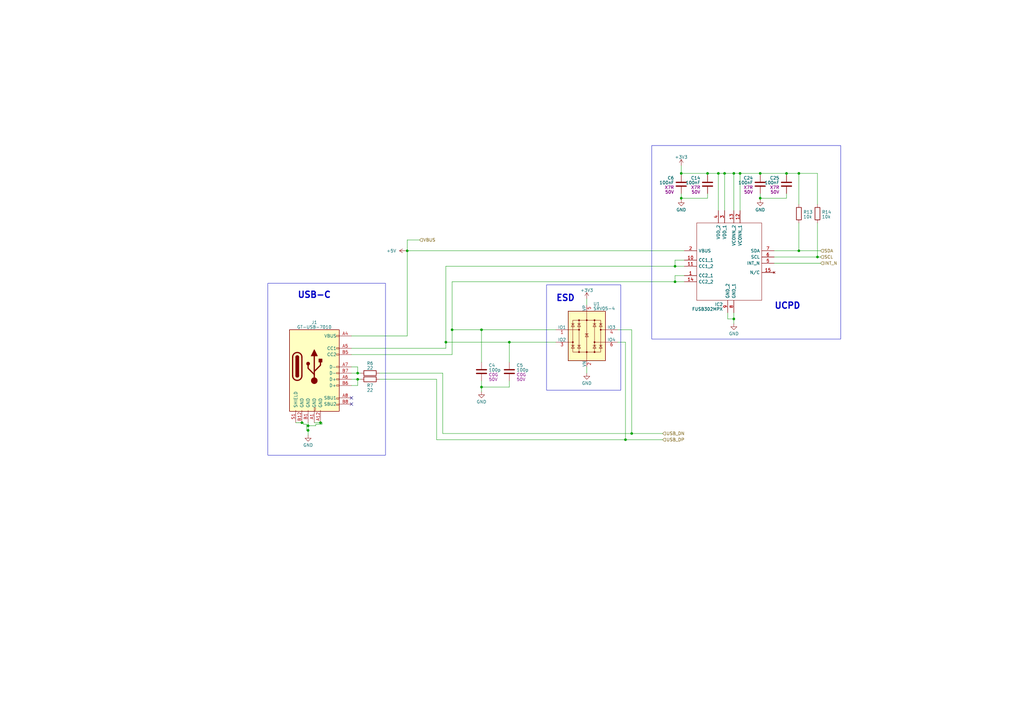
<source format=kicad_sch>
(kicad_sch
	(version 20231120)
	(generator "eeschema")
	(generator_version "8.0")
	(uuid "2794d771-6249-4b6a-9916-95fb5bfecd05")
	(paper "A3")
	(title_block
		(date "2023-03-03")
		(rev "A")
	)
	(lib_symbols
		(symbol "Capacitor_JLC:100n"
			(pin_numbers hide)
			(pin_names
				(offset 0.254)
			)
			(exclude_from_sim no)
			(in_bom yes)
			(on_board yes)
			(property "Reference" "C"
				(at 3.175 3.175 0)
				(effects
					(font
						(size 1.27 1.27)
					)
					(justify left)
				)
			)
			(property "Value" "100n"
				(at 3.175 1.27 0)
				(effects
					(font
						(size 1.27 1.27)
					)
					(justify left)
				)
			)
			(property "Footprint" "Capacitor_SMD:C_0402_1005Metric"
				(at 32.385 -1.905 0)
				(effects
					(font
						(size 1.27 1.27)
					)
					(hide yes)
				)
			)
			(property "Datasheet" "~"
				(at 0 0 0)
				(effects
					(font
						(size 1.27 1.27)
					)
					(hide yes)
				)
			)
			(property "Description" "Unpolarized capacitor"
				(at 0 0 0)
				(effects
					(font
						(size 1.27 1.27)
					)
					(hide yes)
				)
			)
			(property "Type" "X7R"
				(at 5.08 -3.175 0)
				(effects
					(font
						(size 1.27 1.27)
					)
				)
			)
			(property "LCSC" "C307331"
				(at 19.685 0 0)
				(effects
					(font
						(size 1.27 1.27)
					)
					(hide yes)
				)
			)
			(property "Voltage" "50V"
				(at 5.08 -1.27 0)
				(effects
					(font
						(size 1.27 1.27)
					)
				)
			)
			(property "ki_keywords" "cap capacitor"
				(at 0 0 0)
				(effects
					(font
						(size 1.27 1.27)
					)
					(hide yes)
				)
			)
			(property "ki_fp_filters" "C_*"
				(at 0 0 0)
				(effects
					(font
						(size 1.27 1.27)
					)
					(hide yes)
				)
			)
			(symbol "100n_0_1"
				(polyline
					(pts
						(xy -2.032 -0.762) (xy 2.032 -0.762)
					)
					(stroke
						(width 0.508)
						(type default)
					)
					(fill
						(type none)
					)
				)
				(polyline
					(pts
						(xy -2.032 0.762) (xy 2.032 0.762)
					)
					(stroke
						(width 0.508)
						(type default)
					)
					(fill
						(type none)
					)
				)
			)
			(symbol "100n_1_1"
				(pin passive line
					(at 0 3.81 270)
					(length 2.794)
					(name "~"
						(effects
							(font
								(size 1.27 1.27)
							)
						)
					)
					(number "1"
						(effects
							(font
								(size 1.27 1.27)
							)
						)
					)
				)
				(pin passive line
					(at 0 -3.81 90)
					(length 2.794)
					(name "~"
						(effects
							(font
								(size 1.27 1.27)
							)
						)
					)
					(number "2"
						(effects
							(font
								(size 1.27 1.27)
							)
						)
					)
				)
			)
		)
		(symbol "Capacitor_JLC:100p"
			(pin_numbers hide)
			(pin_names
				(offset 0.254)
			)
			(exclude_from_sim no)
			(in_bom yes)
			(on_board yes)
			(property "Reference" "C"
				(at 0.635 2.54 0)
				(effects
					(font
						(size 1.27 1.27)
					)
					(justify left)
				)
			)
			(property "Value" "100p"
				(at 0.635 -2.54 0)
				(effects
					(font
						(size 1.27 1.27)
					)
					(justify left)
				)
			)
			(property "Footprint" "Capacitor_SMD:C_0402_1005Metric"
				(at 0.9652 -3.81 0)
				(effects
					(font
						(size 1.27 1.27)
					)
					(hide yes)
				)
			)
			(property "Datasheet" "~"
				(at 0 0 0)
				(effects
					(font
						(size 1.27 1.27)
					)
					(hide yes)
				)
			)
			(property "Description" "Unpolarized capacitor"
				(at 0 0 0)
				(effects
					(font
						(size 1.27 1.27)
					)
					(hide yes)
				)
			)
			(property "Type" "C0G"
				(at 5.08 2.54 0)
				(effects
					(font
						(size 1.27 1.27)
					)
				)
			)
			(property "LCSC" "C1546"
				(at 0 0 0)
				(effects
					(font
						(size 1.27 1.27)
					)
					(hide yes)
				)
			)
			(property "Voltage" "50V"
				(at 5.08 0 0)
				(effects
					(font
						(size 1.27 1.27)
					)
				)
			)
			(property "ki_keywords" "cap capacitor"
				(at 0 0 0)
				(effects
					(font
						(size 1.27 1.27)
					)
					(hide yes)
				)
			)
			(property "ki_fp_filters" "C_*"
				(at 0 0 0)
				(effects
					(font
						(size 1.27 1.27)
					)
					(hide yes)
				)
			)
			(symbol "100p_0_1"
				(polyline
					(pts
						(xy -2.032 -0.762) (xy 2.032 -0.762)
					)
					(stroke
						(width 0.508)
						(type default)
					)
					(fill
						(type none)
					)
				)
				(polyline
					(pts
						(xy -2.032 0.762) (xy 2.032 0.762)
					)
					(stroke
						(width 0.508)
						(type default)
					)
					(fill
						(type none)
					)
				)
			)
			(symbol "100p_1_1"
				(pin passive line
					(at 0 3.81 270)
					(length 2.794)
					(name "~"
						(effects
							(font
								(size 1.27 1.27)
							)
						)
					)
					(number "1"
						(effects
							(font
								(size 1.27 1.27)
							)
						)
					)
				)
				(pin passive line
					(at 0 -3.81 90)
					(length 2.794)
					(name "~"
						(effects
							(font
								(size 1.27 1.27)
							)
						)
					)
					(number "2"
						(effects
							(font
								(size 1.27 1.27)
							)
						)
					)
				)
			)
		)
		(symbol "Connector_JLC:GT-USB-7010"
			(pin_names
				(offset 1.016)
			)
			(exclude_from_sim no)
			(in_bom yes)
			(on_board yes)
			(property "Reference" "J1"
				(at 0.0254 30.9499 0)
				(effects
					(font
						(size 1.27 1.27)
					)
				)
			)
			(property "Value" "GT-USB-7010"
				(at 0.0254 29.0289 0)
				(effects
					(font
						(size 1.27 1.27)
					)
				)
			)
			(property "Footprint" "tp4056:USB-C_SMD-TYPE-C-31-M-12"
				(at 44.45 27.7876 0)
				(effects
					(font
						(size 1.27 1.27)
					)
					(hide yes)
				)
			)
			(property "Datasheet" "https://www.dg-switch.com/uploads/soft/190828/GT-USB-7010X.pdf"
				(at 62.992 25.4 0)
				(effects
					(font
						(size 1.27 1.27)
					)
					(hide yes)
				)
			)
			(property "Description" ""
				(at 0 0 0)
				(effects
					(font
						(size 1.27 1.27)
					)
					(hide yes)
				)
			)
			(property "LCSC" "C963370"
				(at 32.5628 23.1648 0)
				(effects
					(font
						(size 1.27 1.27)
					)
					(hide yes)
				)
			)
			(property "Frequency" ""
				(at 0 0 0)
				(effects
					(font
						(size 1.27 1.27)
					)
					(hide yes)
				)
			)
			(property "MPN" ""
				(at 0 0 0)
				(effects
					(font
						(size 1.27 1.27)
					)
					(hide yes)
				)
			)
			(property "Rating" ""
				(at 0 0 0)
				(effects
					(font
						(size 1.27 1.27)
					)
					(hide yes)
				)
			)
			(property "ki_keywords" "usb universal serial bus type-C full-featured"
				(at 0 0 0)
				(effects
					(font
						(size 1.27 1.27)
					)
					(hide yes)
				)
			)
			(property "ki_fp_filters" "USB*C*Receptacle*"
				(at 0 0 0)
				(effects
					(font
						(size 1.27 1.27)
					)
					(hide yes)
				)
			)
			(symbol "GT-USB-7010_0_0"
				(rectangle
					(start 0 -5.08)
					(end 0.508 -4.064)
					(stroke
						(width 0)
						(type default)
					)
					(fill
						(type none)
					)
				)
				(rectangle
					(start 10.16 -2.54)
					(end 9.144 -3.048)
					(stroke
						(width 0)
						(type default)
					)
					(fill
						(type none)
					)
				)
				(rectangle
					(start 10.16 0)
					(end 9.144 -0.508)
					(stroke
						(width 0)
						(type default)
					)
					(fill
						(type none)
					)
				)
				(rectangle
					(start 10.16 5.334)
					(end 9.144 4.826)
					(stroke
						(width 0)
						(type default)
					)
					(fill
						(type none)
					)
				)
				(rectangle
					(start 10.16 7.874)
					(end 9.144 7.366)
					(stroke
						(width 0)
						(type default)
					)
					(fill
						(type none)
					)
				)
				(rectangle
					(start 10.16 10.414)
					(end 9.144 9.906)
					(stroke
						(width 0)
						(type default)
					)
					(fill
						(type none)
					)
				)
				(rectangle
					(start 10.16 12.954)
					(end 9.144 12.446)
					(stroke
						(width 0)
						(type default)
					)
					(fill
						(type none)
					)
				)
				(rectangle
					(start 10.16 18.034)
					(end 9.144 17.526)
					(stroke
						(width 0)
						(type default)
					)
					(fill
						(type none)
					)
				)
				(rectangle
					(start 10.16 20.574)
					(end 9.144 20.066)
					(stroke
						(width 0)
						(type default)
					)
					(fill
						(type none)
					)
				)
				(rectangle
					(start 10.16 25.654)
					(end 9.144 25.146)
					(stroke
						(width 0)
						(type default)
					)
					(fill
						(type none)
					)
				)
			)
			(symbol "GT-USB-7010_0_1"
				(rectangle
					(start -10.16 27.94)
					(end 10.2108 -5.4864)
					(stroke
						(width 0.254)
						(type default)
					)
					(fill
						(type background)
					)
				)
				(arc
					(start -8.89 9.0932)
					(mid -6.985 7.1965)
					(end -5.08 9.0932)
					(stroke
						(width 0.508)
						(type default)
					)
					(fill
						(type none)
					)
				)
				(arc
					(start -7.62 9.0932)
					(mid -6.985 8.4609)
					(end -6.35 9.0932)
					(stroke
						(width 0.254)
						(type default)
					)
					(fill
						(type none)
					)
				)
				(arc
					(start -7.62 9.0932)
					(mid -6.985 8.4609)
					(end -6.35 9.0932)
					(stroke
						(width 0.254)
						(type default)
					)
					(fill
						(type outline)
					)
				)
				(rectangle
					(start -7.62 9.0932)
					(end -6.35 16.7132)
					(stroke
						(width 0.254)
						(type default)
					)
					(fill
						(type outline)
					)
				)
				(arc
					(start -6.35 16.7132)
					(mid -6.985 17.3455)
					(end -7.62 16.7132)
					(stroke
						(width 0.254)
						(type default)
					)
					(fill
						(type none)
					)
				)
				(arc
					(start -6.35 16.7132)
					(mid -6.985 17.3455)
					(end -7.62 16.7132)
					(stroke
						(width 0.254)
						(type default)
					)
					(fill
						(type outline)
					)
				)
				(arc
					(start -5.08 16.7132)
					(mid -6.985 18.6099)
					(end -8.89 16.7132)
					(stroke
						(width 0.508)
						(type default)
					)
					(fill
						(type none)
					)
				)
				(polyline
					(pts
						(xy -8.89 9.0932) (xy -8.89 16.7132)
					)
					(stroke
						(width 0.508)
						(type default)
					)
					(fill
						(type none)
					)
				)
				(polyline
					(pts
						(xy -5.08 16.7132) (xy -5.08 9.0932)
					)
					(stroke
						(width 0.508)
						(type default)
					)
					(fill
						(type none)
					)
				)
			)
			(symbol "GT-USB-7010_1_1"
				(circle
					(center -2.54 14.0462)
					(radius 0.635)
					(stroke
						(width 0.254)
						(type default)
					)
					(fill
						(type outline)
					)
				)
				(polyline
					(pts
						(xy 0 7.0612) (xy 0 17.2212)
					)
					(stroke
						(width 0.508)
						(type default)
					)
					(fill
						(type none)
					)
				)
				(polyline
					(pts
						(xy 0 9.6012) (xy -2.54 12.1412) (xy -2.54 13.4112)
					)
					(stroke
						(width 0.508)
						(type default)
					)
					(fill
						(type none)
					)
				)
				(polyline
					(pts
						(xy 0 10.8712) (xy 2.54 13.4112) (xy 2.54 14.6812)
					)
					(stroke
						(width 0.508)
						(type default)
					)
					(fill
						(type none)
					)
				)
				(polyline
					(pts
						(xy -1.27 17.2212) (xy 0 19.7612) (xy 1.27 17.2212) (xy -1.27 17.2212)
					)
					(stroke
						(width 0.254)
						(type default)
					)
					(fill
						(type outline)
					)
				)
				(circle
					(center 0 7.0612)
					(radius 1.27)
					(stroke
						(width 0)
						(type default)
					)
					(fill
						(type outline)
					)
				)
				(rectangle
					(start 1.905 14.6812)
					(end 3.175 15.9512)
					(stroke
						(width 0.254)
						(type default)
					)
					(fill
						(type outline)
					)
				)
				(pin passive line
					(at 0 -10.16 90)
					(length 5.08)
					(name "GND"
						(effects
							(font
								(size 1.27 1.27)
							)
						)
					)
					(number "A1"
						(effects
							(font
								(size 1.27 1.27)
							)
						)
					)
				)
				(pin passive line
					(at 2.54 -10.16 90)
					(length 5.08)
					(name "GND"
						(effects
							(font
								(size 1.27 1.27)
							)
						)
					)
					(number "A12"
						(effects
							(font
								(size 1.27 1.27)
							)
						)
					)
				)
				(pin passive line
					(at 15.24 25.4 180)
					(length 5.08)
					(name "VBUS"
						(effects
							(font
								(size 1.27 1.27)
							)
						)
					)
					(number "A4"
						(effects
							(font
								(size 1.27 1.27)
							)
						)
					)
				)
				(pin bidirectional line
					(at 15.24 20.32 180)
					(length 5.08)
					(name "CC1"
						(effects
							(font
								(size 1.27 1.27)
							)
						)
					)
					(number "A5"
						(effects
							(font
								(size 1.27 1.27)
							)
						)
					)
				)
				(pin bidirectional line
					(at 15.24 7.62 180)
					(length 5.08)
					(name "D+"
						(effects
							(font
								(size 1.27 1.27)
							)
						)
					)
					(number "A6"
						(effects
							(font
								(size 1.27 1.27)
							)
						)
					)
				)
				(pin bidirectional line
					(at 15.24 12.7 180)
					(length 5.08)
					(name "D-"
						(effects
							(font
								(size 1.27 1.27)
							)
						)
					)
					(number "A7"
						(effects
							(font
								(size 1.27 1.27)
							)
						)
					)
				)
				(pin bidirectional line
					(at 15.24 0 180)
					(length 5.08)
					(name "SBU1"
						(effects
							(font
								(size 1.27 1.27)
							)
						)
					)
					(number "A8"
						(effects
							(font
								(size 1.27 1.27)
							)
						)
					)
				)
				(pin passive line
					(at 15.24 25.4 180)
					(length 5.08) hide
					(name "VBUS"
						(effects
							(font
								(size 1.27 1.27)
							)
						)
					)
					(number "A9"
						(effects
							(font
								(size 1.27 1.27)
							)
						)
					)
				)
				(pin passive line
					(at -2.54 -10.16 90)
					(length 5.08)
					(name "GND"
						(effects
							(font
								(size 1.27 1.27)
							)
						)
					)
					(number "B1"
						(effects
							(font
								(size 1.27 1.27)
							)
						)
					)
				)
				(pin passive line
					(at -5.08 -10.16 90)
					(length 5.08)
					(name "GND"
						(effects
							(font
								(size 1.27 1.27)
							)
						)
					)
					(number "B12"
						(effects
							(font
								(size 1.27 1.27)
							)
						)
					)
				)
				(pin passive line
					(at 15.24 25.4 180)
					(length 5.08) hide
					(name "VBUS"
						(effects
							(font
								(size 1.27 1.27)
							)
						)
					)
					(number "B4"
						(effects
							(font
								(size 1.27 1.27)
							)
						)
					)
				)
				(pin bidirectional line
					(at 15.24 17.78 180)
					(length 5.08)
					(name "CC2"
						(effects
							(font
								(size 1.27 1.27)
							)
						)
					)
					(number "B5"
						(effects
							(font
								(size 1.27 1.27)
							)
						)
					)
				)
				(pin bidirectional line
					(at 15.24 5.08 180)
					(length 5.08)
					(name "D+"
						(effects
							(font
								(size 1.27 1.27)
							)
						)
					)
					(number "B6"
						(effects
							(font
								(size 1.27 1.27)
							)
						)
					)
				)
				(pin bidirectional line
					(at 15.24 10.16 180)
					(length 5.08)
					(name "D-"
						(effects
							(font
								(size 1.27 1.27)
							)
						)
					)
					(number "B7"
						(effects
							(font
								(size 1.27 1.27)
							)
						)
					)
				)
				(pin bidirectional line
					(at 15.24 -2.54 180)
					(length 5.08)
					(name "SBU2"
						(effects
							(font
								(size 1.27 1.27)
							)
						)
					)
					(number "B8"
						(effects
							(font
								(size 1.27 1.27)
							)
						)
					)
				)
				(pin passive line
					(at 15.24 25.4 180)
					(length 5.08) hide
					(name "VBUS"
						(effects
							(font
								(size 1.27 1.27)
							)
						)
					)
					(number "B9"
						(effects
							(font
								(size 1.27 1.27)
							)
						)
					)
				)
				(pin passive line
					(at -7.62 -10.16 90)
					(length 5.08)
					(name "SHIELD"
						(effects
							(font
								(size 1.27 1.27)
							)
						)
					)
					(number "S1"
						(effects
							(font
								(size 1.27 1.27)
							)
						)
					)
				)
			)
		)
		(symbol "Power_Protection:SRV05-4"
			(pin_names
				(offset 0)
			)
			(exclude_from_sim no)
			(in_bom yes)
			(on_board yes)
			(property "Reference" "U"
				(at -5.08 11.43 0)
				(effects
					(font
						(size 1.27 1.27)
					)
					(justify right)
				)
			)
			(property "Value" "SRV05-4"
				(at 2.54 11.43 0)
				(effects
					(font
						(size 1.27 1.27)
					)
					(justify left)
				)
			)
			(property "Footprint" "Package_TO_SOT_SMD:SOT-23-6"
				(at 17.78 -11.43 0)
				(effects
					(font
						(size 1.27 1.27)
					)
					(hide yes)
				)
			)
			(property "Datasheet" "http://www.onsemi.com/pub/Collateral/SRV05-4-D.PDF"
				(at 0 0 0)
				(effects
					(font
						(size 1.27 1.27)
					)
					(hide yes)
				)
			)
			(property "Description" "ESD Protection Diodes with Low Clamping Voltage, SOT-23-6"
				(at 0 0 0)
				(effects
					(font
						(size 1.27 1.27)
					)
					(hide yes)
				)
			)
			(property "ki_keywords" "ESD protection diodes"
				(at 0 0 0)
				(effects
					(font
						(size 1.27 1.27)
					)
					(hide yes)
				)
			)
			(property "ki_fp_filters" "SOT?23*"
				(at 0 0 0)
				(effects
					(font
						(size 1.27 1.27)
					)
					(hide yes)
				)
			)
			(symbol "SRV05-4_0_0"
				(rectangle
					(start -5.715 6.477)
					(end 5.715 -6.604)
					(stroke
						(width 0)
						(type default)
					)
					(fill
						(type none)
					)
				)
				(polyline
					(pts
						(xy -3.175 -6.604) (xy -3.175 6.477)
					)
					(stroke
						(width 0)
						(type default)
					)
					(fill
						(type none)
					)
				)
				(polyline
					(pts
						(xy 3.175 6.477) (xy 3.175 -6.604)
					)
					(stroke
						(width 0)
						(type default)
					)
					(fill
						(type none)
					)
				)
			)
			(symbol "SRV05-4_0_1"
				(rectangle
					(start -7.62 10.16)
					(end 7.62 -10.16)
					(stroke
						(width 0.254)
						(type default)
					)
					(fill
						(type background)
					)
				)
				(circle
					(center -5.715 -2.54)
					(radius 0.2794)
					(stroke
						(width 0)
						(type default)
					)
					(fill
						(type outline)
					)
				)
				(circle
					(center -3.175 -6.604)
					(radius 0.2794)
					(stroke
						(width 0)
						(type default)
					)
					(fill
						(type outline)
					)
				)
				(circle
					(center -3.175 2.54)
					(radius 0.2794)
					(stroke
						(width 0)
						(type default)
					)
					(fill
						(type outline)
					)
				)
				(circle
					(center -3.175 6.477)
					(radius 0.2794)
					(stroke
						(width 0)
						(type default)
					)
					(fill
						(type outline)
					)
				)
				(circle
					(center 0 -6.604)
					(radius 0.2794)
					(stroke
						(width 0)
						(type default)
					)
					(fill
						(type outline)
					)
				)
				(polyline
					(pts
						(xy -7.747 2.54) (xy -3.175 2.54)
					)
					(stroke
						(width 0)
						(type default)
					)
					(fill
						(type none)
					)
				)
				(polyline
					(pts
						(xy -7.62 -2.54) (xy -5.715 -2.54)
					)
					(stroke
						(width 0)
						(type default)
					)
					(fill
						(type none)
					)
				)
				(polyline
					(pts
						(xy -5.08 -3.81) (xy -6.35 -3.81)
					)
					(stroke
						(width 0)
						(type default)
					)
					(fill
						(type none)
					)
				)
				(polyline
					(pts
						(xy -5.08 5.08) (xy -6.35 5.08)
					)
					(stroke
						(width 0)
						(type default)
					)
					(fill
						(type none)
					)
				)
				(polyline
					(pts
						(xy -2.54 -3.81) (xy -3.81 -3.81)
					)
					(stroke
						(width 0)
						(type default)
					)
					(fill
						(type none)
					)
				)
				(polyline
					(pts
						(xy -2.54 5.08) (xy -3.81 5.08)
					)
					(stroke
						(width 0)
						(type default)
					)
					(fill
						(type none)
					)
				)
				(polyline
					(pts
						(xy 0 10.16) (xy 0 -10.16)
					)
					(stroke
						(width 0)
						(type default)
					)
					(fill
						(type none)
					)
				)
				(polyline
					(pts
						(xy 3.81 -3.81) (xy 2.54 -3.81)
					)
					(stroke
						(width 0)
						(type default)
					)
					(fill
						(type none)
					)
				)
				(polyline
					(pts
						(xy 3.81 5.08) (xy 2.54 5.08)
					)
					(stroke
						(width 0)
						(type default)
					)
					(fill
						(type none)
					)
				)
				(polyline
					(pts
						(xy 6.35 -3.81) (xy 5.08 -3.81)
					)
					(stroke
						(width 0)
						(type default)
					)
					(fill
						(type none)
					)
				)
				(polyline
					(pts
						(xy 6.35 5.08) (xy 5.08 5.08)
					)
					(stroke
						(width 0)
						(type default)
					)
					(fill
						(type none)
					)
				)
				(polyline
					(pts
						(xy 7.62 -2.54) (xy 3.175 -2.54)
					)
					(stroke
						(width 0)
						(type default)
					)
					(fill
						(type none)
					)
				)
				(polyline
					(pts
						(xy 7.62 2.54) (xy 5.715 2.54)
					)
					(stroke
						(width 0)
						(type default)
					)
					(fill
						(type none)
					)
				)
				(polyline
					(pts
						(xy 0.635 0.889) (xy -0.635 0.889) (xy -0.635 0.635)
					)
					(stroke
						(width 0)
						(type default)
					)
					(fill
						(type none)
					)
				)
				(polyline
					(pts
						(xy -5.08 -5.08) (xy -6.35 -5.08) (xy -5.715 -3.81) (xy -5.08 -5.08)
					)
					(stroke
						(width 0)
						(type default)
					)
					(fill
						(type none)
					)
				)
				(polyline
					(pts
						(xy -5.08 3.81) (xy -6.35 3.81) (xy -5.715 5.08) (xy -5.08 3.81)
					)
					(stroke
						(width 0)
						(type default)
					)
					(fill
						(type none)
					)
				)
				(polyline
					(pts
						(xy -2.54 -5.08) (xy -3.81 -5.08) (xy -3.175 -3.81) (xy -2.54 -5.08)
					)
					(stroke
						(width 0)
						(type default)
					)
					(fill
						(type none)
					)
				)
				(polyline
					(pts
						(xy -2.54 3.81) (xy -3.81 3.81) (xy -3.175 5.08) (xy -2.54 3.81)
					)
					(stroke
						(width 0)
						(type default)
					)
					(fill
						(type none)
					)
				)
				(polyline
					(pts
						(xy 0.635 -0.381) (xy -0.635 -0.381) (xy 0 0.889) (xy 0.635 -0.381)
					)
					(stroke
						(width 0)
						(type default)
					)
					(fill
						(type none)
					)
				)
				(polyline
					(pts
						(xy 3.81 -5.08) (xy 2.54 -5.08) (xy 3.175 -3.81) (xy 3.81 -5.08)
					)
					(stroke
						(width 0)
						(type default)
					)
					(fill
						(type none)
					)
				)
				(polyline
					(pts
						(xy 3.81 3.81) (xy 2.54 3.81) (xy 3.175 5.08) (xy 3.81 3.81)
					)
					(stroke
						(width 0)
						(type default)
					)
					(fill
						(type none)
					)
				)
				(polyline
					(pts
						(xy 6.35 -5.08) (xy 5.08 -5.08) (xy 5.715 -3.81) (xy 6.35 -5.08)
					)
					(stroke
						(width 0)
						(type default)
					)
					(fill
						(type none)
					)
				)
				(polyline
					(pts
						(xy 6.35 3.81) (xy 5.08 3.81) (xy 5.715 5.08) (xy 6.35 3.81)
					)
					(stroke
						(width 0)
						(type default)
					)
					(fill
						(type none)
					)
				)
				(circle
					(center 0 6.477)
					(radius 0.2794)
					(stroke
						(width 0)
						(type default)
					)
					(fill
						(type outline)
					)
				)
				(circle
					(center 3.175 -6.604)
					(radius 0.2794)
					(stroke
						(width 0)
						(type default)
					)
					(fill
						(type outline)
					)
				)
				(circle
					(center 3.175 -2.54)
					(radius 0.2794)
					(stroke
						(width 0)
						(type default)
					)
					(fill
						(type outline)
					)
				)
				(circle
					(center 3.175 6.477)
					(radius 0.2794)
					(stroke
						(width 0)
						(type default)
					)
					(fill
						(type outline)
					)
				)
				(circle
					(center 5.715 2.54)
					(radius 0.2794)
					(stroke
						(width 0)
						(type default)
					)
					(fill
						(type outline)
					)
				)
			)
			(symbol "SRV05-4_1_1"
				(pin passive line
					(at -12.7 2.54 0)
					(length 5.08)
					(name "IO1"
						(effects
							(font
								(size 1.27 1.27)
							)
						)
					)
					(number "1"
						(effects
							(font
								(size 1.27 1.27)
							)
						)
					)
				)
				(pin passive line
					(at 0 -12.7 90)
					(length 2.54)
					(name "VN"
						(effects
							(font
								(size 1.27 1.27)
							)
						)
					)
					(number "2"
						(effects
							(font
								(size 1.27 1.27)
							)
						)
					)
				)
				(pin passive line
					(at -12.7 -2.54 0)
					(length 5.08)
					(name "IO2"
						(effects
							(font
								(size 1.27 1.27)
							)
						)
					)
					(number "3"
						(effects
							(font
								(size 1.27 1.27)
							)
						)
					)
				)
				(pin passive line
					(at 12.7 2.54 180)
					(length 5.08)
					(name "IO3"
						(effects
							(font
								(size 1.27 1.27)
							)
						)
					)
					(number "4"
						(effects
							(font
								(size 1.27 1.27)
							)
						)
					)
				)
				(pin passive line
					(at 0 12.7 270)
					(length 2.54)
					(name "VP"
						(effects
							(font
								(size 1.27 1.27)
							)
						)
					)
					(number "5"
						(effects
							(font
								(size 1.27 1.27)
							)
						)
					)
				)
				(pin passive line
					(at 12.7 -2.54 180)
					(length 5.08)
					(name "IO4"
						(effects
							(font
								(size 1.27 1.27)
							)
						)
					)
					(number "6"
						(effects
							(font
								(size 1.27 1.27)
							)
						)
					)
				)
			)
		)
		(symbol "Resistor_JLC:10k"
			(pin_numbers hide)
			(pin_names
				(offset 0)
			)
			(exclude_from_sim no)
			(in_bom yes)
			(on_board yes)
			(property "Reference" "R"
				(at 2.032 0 90)
				(effects
					(font
						(size 1.27 1.27)
					)
				)
			)
			(property "Value" "10k"
				(at 0 0 90)
				(effects
					(font
						(size 1.27 1.27)
					)
				)
			)
			(property "Footprint" "Resistor_SMD:R_0402_1005Metric"
				(at -1.778 0 90)
				(effects
					(font
						(size 1.27 1.27)
					)
					(hide yes)
				)
			)
			(property "Datasheet" "~"
				(at 0 0 0)
				(effects
					(font
						(size 1.27 1.27)
					)
					(hide yes)
				)
			)
			(property "Description" "Resistor"
				(at 0 0 0)
				(effects
					(font
						(size 1.27 1.27)
					)
					(hide yes)
				)
			)
			(property "LCSC" "C25744"
				(at 0 0 0)
				(effects
					(font
						(size 1.27 1.27)
					)
					(hide yes)
				)
			)
			(property "ki_keywords" "R res resistor"
				(at 0 0 0)
				(effects
					(font
						(size 1.27 1.27)
					)
					(hide yes)
				)
			)
			(property "ki_fp_filters" "R_*"
				(at 0 0 0)
				(effects
					(font
						(size 1.27 1.27)
					)
					(hide yes)
				)
			)
			(symbol "10k_0_1"
				(rectangle
					(start -1.016 -2.54)
					(end 1.016 2.54)
					(stroke
						(width 0.254)
						(type default)
					)
					(fill
						(type none)
					)
				)
			)
			(symbol "10k_1_1"
				(pin passive line
					(at 0 3.81 270)
					(length 1.27)
					(name "~"
						(effects
							(font
								(size 1.27 1.27)
							)
						)
					)
					(number "1"
						(effects
							(font
								(size 1.27 1.27)
							)
						)
					)
				)
				(pin passive line
					(at 0 -3.81 90)
					(length 1.27)
					(name "~"
						(effects
							(font
								(size 1.27 1.27)
							)
						)
					)
					(number "2"
						(effects
							(font
								(size 1.27 1.27)
							)
						)
					)
				)
			)
		)
		(symbol "Resistor_JLC:22"
			(pin_numbers hide)
			(pin_names
				(offset 0)
			)
			(exclude_from_sim no)
			(in_bom yes)
			(on_board yes)
			(property "Reference" "R"
				(at 2.032 0 90)
				(effects
					(font
						(size 1.27 1.27)
					)
				)
			)
			(property "Value" "22"
				(at 0 0 90)
				(effects
					(font
						(size 1.27 1.27)
					)
				)
			)
			(property "Footprint" "Resistor_SMD:R_0402_1005Metric"
				(at -1.778 0 90)
				(effects
					(font
						(size 1.27 1.27)
					)
					(hide yes)
				)
			)
			(property "Datasheet" "~"
				(at 0 0 0)
				(effects
					(font
						(size 1.27 1.27)
					)
					(hide yes)
				)
			)
			(property "Description" "Resistor"
				(at 0 0 0)
				(effects
					(font
						(size 1.27 1.27)
					)
					(hide yes)
				)
			)
			(property "LCSC" "C25092"
				(at 0 0 0)
				(effects
					(font
						(size 1.27 1.27)
					)
					(hide yes)
				)
			)
			(property "ki_keywords" "R res resistor"
				(at 0 0 0)
				(effects
					(font
						(size 1.27 1.27)
					)
					(hide yes)
				)
			)
			(property "ki_fp_filters" "R_*"
				(at 0 0 0)
				(effects
					(font
						(size 1.27 1.27)
					)
					(hide yes)
				)
			)
			(symbol "22_0_1"
				(rectangle
					(start -1.016 -2.54)
					(end 1.016 2.54)
					(stroke
						(width 0.254)
						(type default)
					)
					(fill
						(type none)
					)
				)
			)
			(symbol "22_1_1"
				(pin passive line
					(at 0 3.81 270)
					(length 1.27)
					(name "~"
						(effects
							(font
								(size 1.27 1.27)
							)
						)
					)
					(number "1"
						(effects
							(font
								(size 1.27 1.27)
							)
						)
					)
				)
				(pin passive line
					(at 0 -3.81 90)
					(length 1.27)
					(name "~"
						(effects
							(font
								(size 1.27 1.27)
							)
						)
					)
					(number "2"
						(effects
							(font
								(size 1.27 1.27)
							)
						)
					)
				)
			)
		)
		(symbol "USB_JLC:FUSB302MPX"
			(pin_names
				(offset 0.762)
			)
			(exclude_from_sim no)
			(in_bom yes)
			(on_board yes)
			(property "Reference" "IC"
				(at 26.67 20.32 0)
				(effects
					(font
						(size 1.27 1.27)
					)
					(justify left)
				)
			)
			(property "Value" "FUSB302MPX"
				(at 26.67 17.78 0)
				(effects
					(font
						(size 1.27 1.27)
					)
					(justify left)
				)
			)
			(property "Footprint" "Package_DFN_QFN:WQFN-14-1EP_2.5x2.5mm_P0.5mm_EP1.45x1.45mm"
				(at 26.67 15.24 0)
				(effects
					(font
						(size 1.27 1.27)
					)
					(justify left)
					(hide yes)
				)
			)
			(property "Datasheet" "https://datasheet.datasheetarchive.com/originals/distributors/DKDS-30/584874.pdf"
				(at 26.67 12.7 0)
				(effects
					(font
						(size 1.27 1.27)
					)
					(justify left)
					(hide yes)
				)
			)
			(property "Description" "USB-C Controller w/PD 2.0 WQFN-14"
				(at 26.67 10.16 0)
				(effects
					(font
						(size 1.27 1.27)
					)
					(justify left)
					(hide yes)
				)
			)
			(property "Height" "0.8"
				(at 26.67 7.62 0)
				(effects
					(font
						(size 1.27 1.27)
					)
					(justify left)
					(hide yes)
				)
			)
			(property "Manufacturer_Name" "ON Semiconductor"
				(at 26.67 5.08 0)
				(effects
					(font
						(size 1.27 1.27)
					)
					(justify left)
					(hide yes)
				)
			)
			(property "Manufacturer_Part_Number" "FUSB302MPX"
				(at 26.67 2.54 0)
				(effects
					(font
						(size 1.27 1.27)
					)
					(justify left)
					(hide yes)
				)
			)
			(property "Mouser Part Number" "512-FUSB302MPX"
				(at 26.67 0 0)
				(effects
					(font
						(size 1.27 1.27)
					)
					(justify left)
					(hide yes)
				)
			)
			(property "Mouser Price/Stock" "https://www.mouser.co.uk/ProductDetail/ON-Semiconductor-Fairchild/FUSB302MPX?qs=4SZXFaw57sm8ZmQ7q6qVtQ%3D%3D"
				(at 26.67 -2.54 0)
				(effects
					(font
						(size 1.27 1.27)
					)
					(justify left)
					(hide yes)
				)
			)
			(property "Arrow Part Number" "FUSB302MPX"
				(at 26.67 -5.08 0)
				(effects
					(font
						(size 1.27 1.27)
					)
					(justify left)
					(hide yes)
				)
			)
			(property "Arrow Price/Stock" "https://www.arrow.com/en/products/fusb302mpx/on-semiconductor?region=nac"
				(at 26.67 -7.62 0)
				(effects
					(font
						(size 1.27 1.27)
					)
					(justify left)
					(hide yes)
				)
			)
			(property "LCSC" "C442699"
				(at 30.988 -9.906 0)
				(effects
					(font
						(size 1.27 1.27)
					)
					(hide yes)
				)
			)
			(symbol "FUSB302MPX_0_0"
				(pin passive line
					(at -1.27 -7.62 180)
					(length 5.08)
					(name "CC2_1"
						(effects
							(font
								(size 1.27 1.27)
							)
						)
					)
					(number "1"
						(effects
							(font
								(size 1.27 1.27)
							)
						)
					)
				)
				(pin passive line
					(at -1.27 -1.27 180)
					(length 5.08)
					(name "CC1_1"
						(effects
							(font
								(size 1.27 1.27)
							)
						)
					)
					(number "10"
						(effects
							(font
								(size 1.27 1.27)
							)
						)
					)
				)
				(pin passive line
					(at -1.27 -3.81 180)
					(length 5.08)
					(name "CC1_2"
						(effects
							(font
								(size 1.27 1.27)
							)
						)
					)
					(number "11"
						(effects
							(font
								(size 1.27 1.27)
							)
						)
					)
				)
				(pin passive line
					(at -24.13 19.05 270)
					(length 5.08)
					(name "VCONN_1"
						(effects
							(font
								(size 1.27 1.27)
							)
						)
					)
					(number "12"
						(effects
							(font
								(size 1.27 1.27)
							)
						)
					)
				)
				(pin passive line
					(at -21.59 19.05 270)
					(length 5.08)
					(name "VCONN_2"
						(effects
							(font
								(size 1.27 1.27)
							)
						)
					)
					(number "13"
						(effects
							(font
								(size 1.27 1.27)
							)
						)
					)
				)
				(pin passive line
					(at -1.27 -10.16 180)
					(length 5.08)
					(name "CC2_2"
						(effects
							(font
								(size 1.27 1.27)
							)
						)
					)
					(number "14"
						(effects
							(font
								(size 1.27 1.27)
							)
						)
					)
				)
				(pin no_connect line
					(at -38.1 -6.35 0)
					(length 5.08)
					(name "N/C"
						(effects
							(font
								(size 1.27 1.27)
							)
						)
					)
					(number "15"
						(effects
							(font
								(size 1.27 1.27)
							)
						)
					)
				)
				(pin passive line
					(at -1.27 2.54 180)
					(length 5.08)
					(name "VBUS"
						(effects
							(font
								(size 1.27 1.27)
							)
						)
					)
					(number "2"
						(effects
							(font
								(size 1.27 1.27)
							)
						)
					)
				)
				(pin passive line
					(at -17.78 19.05 270)
					(length 5.08)
					(name "VDD_1"
						(effects
							(font
								(size 1.27 1.27)
							)
						)
					)
					(number "3"
						(effects
							(font
								(size 1.27 1.27)
							)
						)
					)
				)
				(pin passive line
					(at -15.24 19.05 270)
					(length 5.08)
					(name "VDD_2"
						(effects
							(font
								(size 1.27 1.27)
							)
						)
					)
					(number "4"
						(effects
							(font
								(size 1.27 1.27)
							)
						)
					)
				)
				(pin passive line
					(at -38.1 -2.54 0)
					(length 5.08)
					(name "INT_N"
						(effects
							(font
								(size 1.27 1.27)
							)
						)
					)
					(number "5"
						(effects
							(font
								(size 1.27 1.27)
							)
						)
					)
				)
				(pin passive line
					(at -38.1 0 0)
					(length 5.08)
					(name "SCL"
						(effects
							(font
								(size 1.27 1.27)
							)
						)
					)
					(number "6"
						(effects
							(font
								(size 1.27 1.27)
							)
						)
					)
				)
				(pin passive line
					(at -38.1 2.54 0)
					(length 5.08)
					(name "SDA"
						(effects
							(font
								(size 1.27 1.27)
							)
						)
					)
					(number "7"
						(effects
							(font
								(size 1.27 1.27)
							)
						)
					)
				)
				(pin passive line
					(at -21.59 -22.86 90)
					(length 5.08)
					(name "GND_1"
						(effects
							(font
								(size 1.27 1.27)
							)
						)
					)
					(number "8"
						(effects
							(font
								(size 1.27 1.27)
							)
						)
					)
				)
				(pin passive line
					(at -19.05 -22.86 90)
					(length 5.08)
					(name "GND_2"
						(effects
							(font
								(size 1.27 1.27)
							)
						)
					)
					(number "9"
						(effects
							(font
								(size 1.27 1.27)
							)
						)
					)
				)
			)
			(symbol "FUSB302MPX_0_1"
				(rectangle
					(start -33.02 13.97)
					(end -6.35 -17.78)
					(stroke
						(width 0.1524)
						(type default)
					)
					(fill
						(type none)
					)
				)
			)
		)
		(symbol "power:+3V3"
			(power)
			(pin_names
				(offset 0)
			)
			(exclude_from_sim no)
			(in_bom yes)
			(on_board yes)
			(property "Reference" "#PWR"
				(at 0 -3.81 0)
				(effects
					(font
						(size 1.27 1.27)
					)
					(hide yes)
				)
			)
			(property "Value" "+3V3"
				(at 0 3.556 0)
				(effects
					(font
						(size 1.27 1.27)
					)
				)
			)
			(property "Footprint" ""
				(at 0 0 0)
				(effects
					(font
						(size 1.27 1.27)
					)
					(hide yes)
				)
			)
			(property "Datasheet" ""
				(at 0 0 0)
				(effects
					(font
						(size 1.27 1.27)
					)
					(hide yes)
				)
			)
			(property "Description" "Power symbol creates a global label with name \"+3V3\""
				(at 0 0 0)
				(effects
					(font
						(size 1.27 1.27)
					)
					(hide yes)
				)
			)
			(property "ki_keywords" "global power"
				(at 0 0 0)
				(effects
					(font
						(size 1.27 1.27)
					)
					(hide yes)
				)
			)
			(symbol "+3V3_0_1"
				(polyline
					(pts
						(xy -0.762 1.27) (xy 0 2.54)
					)
					(stroke
						(width 0)
						(type default)
					)
					(fill
						(type none)
					)
				)
				(polyline
					(pts
						(xy 0 0) (xy 0 2.54)
					)
					(stroke
						(width 0)
						(type default)
					)
					(fill
						(type none)
					)
				)
				(polyline
					(pts
						(xy 0 2.54) (xy 0.762 1.27)
					)
					(stroke
						(width 0)
						(type default)
					)
					(fill
						(type none)
					)
				)
			)
			(symbol "+3V3_1_1"
				(pin power_in line
					(at 0 0 90)
					(length 0) hide
					(name "+3V3"
						(effects
							(font
								(size 1.27 1.27)
							)
						)
					)
					(number "1"
						(effects
							(font
								(size 1.27 1.27)
							)
						)
					)
				)
			)
		)
		(symbol "power:+5V"
			(power)
			(pin_numbers hide)
			(pin_names
				(offset 0) hide)
			(exclude_from_sim no)
			(in_bom yes)
			(on_board yes)
			(property "Reference" "#PWR"
				(at 0 -3.81 0)
				(effects
					(font
						(size 1.27 1.27)
					)
					(hide yes)
				)
			)
			(property "Value" "+5V"
				(at 0 3.556 0)
				(effects
					(font
						(size 1.27 1.27)
					)
				)
			)
			(property "Footprint" ""
				(at 0 0 0)
				(effects
					(font
						(size 1.27 1.27)
					)
					(hide yes)
				)
			)
			(property "Datasheet" ""
				(at 0 0 0)
				(effects
					(font
						(size 1.27 1.27)
					)
					(hide yes)
				)
			)
			(property "Description" "Power symbol creates a global label with name \"+5V\""
				(at 0 0 0)
				(effects
					(font
						(size 1.27 1.27)
					)
					(hide yes)
				)
			)
			(property "ki_keywords" "global power"
				(at 0 0 0)
				(effects
					(font
						(size 1.27 1.27)
					)
					(hide yes)
				)
			)
			(symbol "+5V_0_1"
				(polyline
					(pts
						(xy -0.762 1.27) (xy 0 2.54)
					)
					(stroke
						(width 0)
						(type default)
					)
					(fill
						(type none)
					)
				)
				(polyline
					(pts
						(xy 0 0) (xy 0 2.54)
					)
					(stroke
						(width 0)
						(type default)
					)
					(fill
						(type none)
					)
				)
				(polyline
					(pts
						(xy 0 2.54) (xy 0.762 1.27)
					)
					(stroke
						(width 0)
						(type default)
					)
					(fill
						(type none)
					)
				)
			)
			(symbol "+5V_1_1"
				(pin power_in line
					(at 0 0 90)
					(length 0)
					(name "~"
						(effects
							(font
								(size 1.27 1.27)
							)
						)
					)
					(number "1"
						(effects
							(font
								(size 1.27 1.27)
							)
						)
					)
				)
			)
		)
		(symbol "power:GND"
			(power)
			(pin_names
				(offset 0)
			)
			(exclude_from_sim no)
			(in_bom yes)
			(on_board yes)
			(property "Reference" "#PWR"
				(at 0 -6.35 0)
				(effects
					(font
						(size 1.27 1.27)
					)
					(hide yes)
				)
			)
			(property "Value" "GND"
				(at 0 -3.81 0)
				(effects
					(font
						(size 1.27 1.27)
					)
				)
			)
			(property "Footprint" ""
				(at 0 0 0)
				(effects
					(font
						(size 1.27 1.27)
					)
					(hide yes)
				)
			)
			(property "Datasheet" ""
				(at 0 0 0)
				(effects
					(font
						(size 1.27 1.27)
					)
					(hide yes)
				)
			)
			(property "Description" "Power symbol creates a global label with name \"GND\" , ground"
				(at 0 0 0)
				(effects
					(font
						(size 1.27 1.27)
					)
					(hide yes)
				)
			)
			(property "ki_keywords" "global power"
				(at 0 0 0)
				(effects
					(font
						(size 1.27 1.27)
					)
					(hide yes)
				)
			)
			(symbol "GND_0_1"
				(polyline
					(pts
						(xy 0 0) (xy 0 -1.27) (xy 1.27 -1.27) (xy 0 -2.54) (xy -1.27 -1.27) (xy 0 -1.27)
					)
					(stroke
						(width 0)
						(type default)
					)
					(fill
						(type none)
					)
				)
			)
			(symbol "GND_1_1"
				(pin power_in line
					(at 0 0 270)
					(length 0) hide
					(name "GND"
						(effects
							(font
								(size 1.27 1.27)
							)
						)
					)
					(number "1"
						(effects
							(font
								(size 1.27 1.27)
							)
						)
					)
				)
			)
		)
	)
	(junction
		(at 297.18 71.12)
		(diameter 0)
		(color 0 0 0 0)
		(uuid "1072ce3a-da90-4b94-b96e-497b4bf2d193")
	)
	(junction
		(at 279.4 71.12)
		(diameter 0)
		(color 0 0 0 0)
		(uuid "108083b9-eed3-44ac-aa7b-4c558f530ab8")
	)
	(junction
		(at 335.28 105.41)
		(diameter 0)
		(color 0 0 0 0)
		(uuid "18f504c7-082e-47ba-a0ee-1e2192474ca1")
	)
	(junction
		(at 167.005 102.87)
		(diameter 0)
		(color 0 0 0 0)
		(uuid "1befde0c-5da7-42f4-b07d-ec211f8b59b6")
	)
	(junction
		(at 197.485 135.255)
		(diameter 0)
		(color 0 0 0 0)
		(uuid "2a241fa0-e597-4f6f-af41-d28ada27a719")
	)
	(junction
		(at 311.785 71.12)
		(diameter 0)
		(color 0 0 0 0)
		(uuid "35ebb5f8-17a7-446b-8525-b32285e04295")
	)
	(junction
		(at 123.825 173.355)
		(diameter 0)
		(color 0 0 0 0)
		(uuid "4745c358-cee2-4cd7-848b-4d85aece5a6e")
	)
	(junction
		(at 279.4 81.28)
		(diameter 0)
		(color 0 0 0 0)
		(uuid "49be3d9d-b678-49ba-b3f6-2ccbde4b210a")
	)
	(junction
		(at 185.42 135.255)
		(diameter 0)
		(color 0 0 0 0)
		(uuid "4b338780-a62b-441f-8f77-10d7428b15be")
	)
	(junction
		(at 276.86 109.22)
		(diameter 0)
		(color 0 0 0 0)
		(uuid "4b4a281d-f81c-475f-82a2-262ce0e331e4")
	)
	(junction
		(at 259.08 177.8)
		(diameter 0)
		(color 0 0 0 0)
		(uuid "56e81416-738b-4c2c-983e-f5fcf9ad4b55")
	)
	(junction
		(at 208.915 140.335)
		(diameter 0)
		(color 0 0 0 0)
		(uuid "5d7a91f0-a507-48cb-9c2e-d70186e9d463")
	)
	(junction
		(at 182.88 140.335)
		(diameter 0)
		(color 0 0 0 0)
		(uuid "6514345f-339e-4eb1-a45f-8583395e7fe2")
	)
	(junction
		(at 197.485 158.75)
		(diameter 0)
		(color 0 0 0 0)
		(uuid "6652de74-36d2-44bb-9feb-4f708cb879ef")
	)
	(junction
		(at 131.445 173.355)
		(diameter 0)
		(color 0 0 0 0)
		(uuid "7600d40d-1dae-461a-805f-5df8e693afa9")
	)
	(junction
		(at 146.685 155.575)
		(diameter 0)
		(color 0 0 0 0)
		(uuid "776d7e36-9fd1-4233-90d7-83feff75d2d9")
	)
	(junction
		(at 276.86 115.57)
		(diameter 0)
		(color 0 0 0 0)
		(uuid "87af633b-bb5f-4663-b794-8e2de447c35f")
	)
	(junction
		(at 126.365 176.53)
		(diameter 0)
		(color 0 0 0 0)
		(uuid "a55a99b0-7fe9-4b39-bc4a-57fd2539db6a")
	)
	(junction
		(at 290.195 71.12)
		(diameter 0)
		(color 0 0 0 0)
		(uuid "a5aa04fc-16a7-4245-b315-80abe79ad6e5")
	)
	(junction
		(at 300.99 71.12)
		(diameter 0)
		(color 0 0 0 0)
		(uuid "b48458d4-9ee5-49dc-9d64-0d032e0d0cd1")
	)
	(junction
		(at 311.785 81.28)
		(diameter 0)
		(color 0 0 0 0)
		(uuid "bc3123ba-a34a-4fb6-8c1b-619dc749c73f")
	)
	(junction
		(at 300.99 130.81)
		(diameter 0)
		(color 0 0 0 0)
		(uuid "c1310adc-9bed-496c-8744-cd3c01694d36")
	)
	(junction
		(at 126.365 174.625)
		(diameter 0)
		(color 0 0 0 0)
		(uuid "d3817707-dd75-45f7-8741-614507387ff6")
	)
	(junction
		(at 327.66 102.87)
		(diameter 0)
		(color 0 0 0 0)
		(uuid "d6bd0695-c385-43ac-bc7f-f0a93109e2d8")
	)
	(junction
		(at 146.685 153.035)
		(diameter 0)
		(color 0 0 0 0)
		(uuid "da74f67d-62a7-4129-af3c-dd7f0f831ace")
	)
	(junction
		(at 294.64 71.12)
		(diameter 0)
		(color 0 0 0 0)
		(uuid "e8897dcb-c6f8-4a55-a651-0caeed653da3")
	)
	(junction
		(at 322.58 71.12)
		(diameter 0)
		(color 0 0 0 0)
		(uuid "f49026e7-dda5-4a5c-a7df-a9901a1daea7")
	)
	(junction
		(at 256.54 180.34)
		(diameter 0)
		(color 0 0 0 0)
		(uuid "f551bd94-98ab-4a87-a559-843e41c558d3")
	)
	(junction
		(at 327.66 71.12)
		(diameter 0)
		(color 0 0 0 0)
		(uuid "fc80c913-249a-4ded-960e-822e63b9b489")
	)
	(junction
		(at 303.53 71.12)
		(diameter 0)
		(color 0 0 0 0)
		(uuid "fd07aaf1-61d5-4add-be3b-dd38234e194f")
	)
	(no_connect
		(at 144.145 163.195)
		(uuid "577d1c86-baa3-4cbe-96a2-7d3d98884532")
	)
	(no_connect
		(at 144.145 165.735)
		(uuid "c5742a4b-54b2-4e2e-ba82-89d280770485")
	)
	(wire
		(pts
			(xy 124.46 173.355) (xy 123.825 173.355)
		)
		(stroke
			(width 0)
			(type default)
		)
		(uuid "039fce64-73be-4d67-98e2-029cf6bb1269")
	)
	(wire
		(pts
			(xy 327.66 102.87) (xy 336.55 102.87)
		)
		(stroke
			(width 0)
			(type default)
		)
		(uuid "048098e4-68a1-43b4-93e7-b2376d84f303")
	)
	(wire
		(pts
			(xy 167.005 102.87) (xy 167.005 137.795)
		)
		(stroke
			(width 0)
			(type default)
		)
		(uuid "050aa33a-ca68-4d9c-87d2-7730ec072f50")
	)
	(wire
		(pts
			(xy 181.61 177.8) (xy 259.08 177.8)
		)
		(stroke
			(width 0)
			(type default)
		)
		(uuid "08aed325-4a81-4552-8409-dd78dde435e0")
	)
	(wire
		(pts
			(xy 256.54 180.34) (xy 271.78 180.34)
		)
		(stroke
			(width 0)
			(type default)
		)
		(uuid "098420c1-702e-44e1-a75d-27678db2895c")
	)
	(wire
		(pts
			(xy 181.61 153.035) (xy 181.61 177.8)
		)
		(stroke
			(width 0)
			(type default)
		)
		(uuid "0a77b61f-6caf-457f-811b-c1d57d131203")
	)
	(wire
		(pts
			(xy 335.28 71.12) (xy 335.28 83.82)
		)
		(stroke
			(width 0)
			(type default)
		)
		(uuid "0cdcafc4-66a6-4b81-b92b-0537525cfb82")
	)
	(wire
		(pts
			(xy 182.88 140.335) (xy 182.88 142.875)
		)
		(stroke
			(width 0)
			(type default)
		)
		(uuid "0e4b6b1d-b866-48b0-a8e6-5433136146f2")
	)
	(wire
		(pts
			(xy 129.54 173.99) (xy 129.54 174.625)
		)
		(stroke
			(width 0)
			(type default)
		)
		(uuid "11f6d47e-b5aa-4312-9348-9e62114b2b7a")
	)
	(wire
		(pts
			(xy 126.365 174.625) (xy 126.365 176.53)
		)
		(stroke
			(width 0)
			(type default)
		)
		(uuid "13fcc1d5-3863-4f62-83e0-a819c6c7e024")
	)
	(wire
		(pts
			(xy 131.445 173.355) (xy 128.905 173.355)
		)
		(stroke
			(width 0)
			(type default)
		)
		(uuid "15afe384-bd70-4d1c-bf9a-acbfb4b5a0d3")
	)
	(wire
		(pts
			(xy 276.86 113.03) (xy 276.86 115.57)
		)
		(stroke
			(width 0)
			(type default)
		)
		(uuid "197af860-9e48-41e7-bf0d-53e4972c1500")
	)
	(wire
		(pts
			(xy 144.145 150.495) (xy 146.685 150.495)
		)
		(stroke
			(width 0)
			(type default)
		)
		(uuid "199f286e-e9ff-461f-8e2d-c908ccf38df4")
	)
	(wire
		(pts
			(xy 172.085 98.425) (xy 167.005 98.425)
		)
		(stroke
			(width 0)
			(type default)
		)
		(uuid "1b00c0bd-8801-451b-971f-a458c3b7d2eb")
	)
	(wire
		(pts
			(xy 276.86 109.22) (xy 276.86 106.68)
		)
		(stroke
			(width 0)
			(type default)
		)
		(uuid "1b3dce1d-a194-4c0d-9f0e-64f993450788")
	)
	(wire
		(pts
			(xy 167.005 102.87) (xy 280.67 102.87)
		)
		(stroke
			(width 0)
			(type default)
		)
		(uuid "1d76dae4-3756-40af-b8b4-dcf9a61dd24f")
	)
	(wire
		(pts
			(xy 335.28 91.44) (xy 335.28 105.41)
		)
		(stroke
			(width 0)
			(type default)
		)
		(uuid "20621e5b-f887-4234-a822-be7c25eb2b19")
	)
	(wire
		(pts
			(xy 290.195 71.12) (xy 294.64 71.12)
		)
		(stroke
			(width 0)
			(type default)
		)
		(uuid "21909d2c-ec52-49aa-a229-80b48ac32d2f")
	)
	(wire
		(pts
			(xy 132.08 173.355) (xy 131.445 173.355)
		)
		(stroke
			(width 0)
			(type default)
		)
		(uuid "239a1346-d703-406e-aea5-d2a86080731b")
	)
	(wire
		(pts
			(xy 146.685 155.575) (xy 147.955 155.575)
		)
		(stroke
			(width 0)
			(type default)
		)
		(uuid "2ae3843a-55bc-4985-ba5d-a6a698b6741d")
	)
	(wire
		(pts
			(xy 294.64 86.36) (xy 294.64 71.12)
		)
		(stroke
			(width 0)
			(type default)
		)
		(uuid "2ba7b04a-690c-4900-8eba-5b39d670e1f8")
	)
	(wire
		(pts
			(xy 322.58 81.28) (xy 311.785 81.28)
		)
		(stroke
			(width 0)
			(type default)
		)
		(uuid "2f78b8ef-29c5-4acb-b2a4-fda6bf7ba630")
	)
	(wire
		(pts
			(xy 327.66 91.44) (xy 327.66 102.87)
		)
		(stroke
			(width 0)
			(type default)
		)
		(uuid "31d6b592-889d-4867-89b6-03cd9d3483df")
	)
	(wire
		(pts
			(xy 197.485 135.255) (xy 227.965 135.255)
		)
		(stroke
			(width 0)
			(type default)
		)
		(uuid "3daf53ee-97ce-4fb8-a3f4-e9d92201450a")
	)
	(wire
		(pts
			(xy 276.86 106.68) (xy 280.67 106.68)
		)
		(stroke
			(width 0)
			(type default)
		)
		(uuid "417a1461-6d48-40dc-bca1-26739d0a047c")
	)
	(wire
		(pts
			(xy 167.005 137.795) (xy 144.145 137.795)
		)
		(stroke
			(width 0)
			(type default)
		)
		(uuid "41a3b15a-6ec5-41de-a693-b142279d0655")
	)
	(wire
		(pts
			(xy 185.42 135.255) (xy 197.485 135.255)
		)
		(stroke
			(width 0)
			(type default)
		)
		(uuid "41e33b5d-efb9-4804-85d6-6f27ad0890bf")
	)
	(wire
		(pts
			(xy 297.18 71.12) (xy 294.64 71.12)
		)
		(stroke
			(width 0)
			(type default)
		)
		(uuid "42e638df-fe5b-447f-ab62-e7753e2a6aeb")
	)
	(wire
		(pts
			(xy 311.785 71.755) (xy 311.785 71.12)
		)
		(stroke
			(width 0)
			(type default)
		)
		(uuid "46b92533-d6ee-4b0c-b3f2-111217c39205")
	)
	(wire
		(pts
			(xy 311.785 79.375) (xy 311.785 81.28)
		)
		(stroke
			(width 0)
			(type default)
		)
		(uuid "47196da1-db03-4446-8414-f58548908b7e")
	)
	(wire
		(pts
			(xy 146.685 150.495) (xy 146.685 153.035)
		)
		(stroke
			(width 0)
			(type default)
		)
		(uuid "47c5cc99-b078-402f-994e-94e250babcd6")
	)
	(wire
		(pts
			(xy 182.88 140.335) (xy 208.915 140.335)
		)
		(stroke
			(width 0)
			(type default)
		)
		(uuid "4b0a8414-6a9d-42a1-8a5b-2a2b2e238efa")
	)
	(wire
		(pts
			(xy 322.58 79.375) (xy 322.58 81.28)
		)
		(stroke
			(width 0)
			(type default)
		)
		(uuid "4bd74858-b481-4cbf-93e7-657e4a08d301")
	)
	(wire
		(pts
			(xy 298.45 128.27) (xy 298.45 130.81)
		)
		(stroke
			(width 0)
			(type default)
		)
		(uuid "4fde0ce8-c3c1-4000-a7fe-046bc636fc1e")
	)
	(wire
		(pts
			(xy 279.4 81.28) (xy 279.4 81.915)
		)
		(stroke
			(width 0)
			(type default)
		)
		(uuid "55d8ee6d-786a-4131-90c5-27f74bd63f9f")
	)
	(wire
		(pts
			(xy 185.42 145.415) (xy 144.145 145.415)
		)
		(stroke
			(width 0)
			(type default)
		)
		(uuid "56d45e74-8cbb-4eb4-942e-18740743724b")
	)
	(wire
		(pts
			(xy 280.67 109.22) (xy 276.86 109.22)
		)
		(stroke
			(width 0)
			(type default)
		)
		(uuid "58c2f7ae-e75d-435a-828c-e82f213fc7d0")
	)
	(wire
		(pts
			(xy 132.08 173.355) (xy 132.08 173.99)
		)
		(stroke
			(width 0)
			(type default)
		)
		(uuid "5998188e-7b29-48de-a9ae-d94f17b2dd01")
	)
	(wire
		(pts
			(xy 279.4 67.945) (xy 279.4 71.12)
		)
		(stroke
			(width 0)
			(type default)
		)
		(uuid "5cb9bd28-44ea-488d-b5e4-7e89934b42f2")
	)
	(wire
		(pts
			(xy 185.42 135.255) (xy 185.42 145.415)
		)
		(stroke
			(width 0)
			(type default)
		)
		(uuid "6116a291-a20e-48ca-bb34-89ed468c1f43")
	)
	(wire
		(pts
			(xy 197.485 156.21) (xy 197.485 158.75)
		)
		(stroke
			(width 0)
			(type default)
		)
		(uuid "639ee2d7-9d67-4c4a-9b9a-94d3a451f689")
	)
	(wire
		(pts
			(xy 259.08 177.8) (xy 271.78 177.8)
		)
		(stroke
			(width 0)
			(type default)
		)
		(uuid "6446033d-78be-4560-96d0-fdae0214fb96")
	)
	(wire
		(pts
			(xy 146.685 153.035) (xy 144.145 153.035)
		)
		(stroke
			(width 0)
			(type default)
		)
		(uuid "663d2505-8bca-430b-ab39-a08f9aa78fb0")
	)
	(wire
		(pts
			(xy 290.195 79.375) (xy 290.195 81.28)
		)
		(stroke
			(width 0)
			(type default)
		)
		(uuid "686cd809-80f1-40bd-970c-4836ab4b21f0")
	)
	(wire
		(pts
			(xy 167.005 98.425) (xy 167.005 102.87)
		)
		(stroke
			(width 0)
			(type default)
		)
		(uuid "6a79e377-51a2-4f0f-b2b4-4a1ecf668170")
	)
	(wire
		(pts
			(xy 182.88 109.22) (xy 182.88 140.335)
		)
		(stroke
			(width 0)
			(type default)
		)
		(uuid "6d15b5b6-29dc-46ac-9c17-9fff53b9101e")
	)
	(wire
		(pts
			(xy 146.685 153.035) (xy 147.955 153.035)
		)
		(stroke
			(width 0)
			(type default)
		)
		(uuid "6f785be5-5645-4ac4-9e1f-15a8d6942a7b")
	)
	(wire
		(pts
			(xy 123.825 173.355) (xy 121.285 173.355)
		)
		(stroke
			(width 0)
			(type default)
		)
		(uuid "7006d7c3-c1b5-4786-86d0-6a00111b8bbd")
	)
	(wire
		(pts
			(xy 208.915 156.21) (xy 208.915 158.75)
		)
		(stroke
			(width 0)
			(type default)
		)
		(uuid "71188d3b-3e7e-41c1-b9ff-12b5b270fb2d")
	)
	(wire
		(pts
			(xy 182.88 109.22) (xy 276.86 109.22)
		)
		(stroke
			(width 0)
			(type default)
		)
		(uuid "71a39df1-a30e-48dd-84aa-c0c7afb43b81")
	)
	(wire
		(pts
			(xy 303.53 71.12) (xy 311.785 71.12)
		)
		(stroke
			(width 0)
			(type default)
		)
		(uuid "74b234e7-4b7e-4180-a06e-c4e5e6736c98")
	)
	(wire
		(pts
			(xy 335.28 105.41) (xy 336.55 105.41)
		)
		(stroke
			(width 0)
			(type default)
		)
		(uuid "790ab714-68cd-4474-bc88-e02a95e2e77a")
	)
	(wire
		(pts
			(xy 125.73 173.99) (xy 124.46 173.99)
		)
		(stroke
			(width 0)
			(type default)
		)
		(uuid "7c51139c-a4fb-4125-9aca-0ba0b0706e5f")
	)
	(wire
		(pts
			(xy 300.99 130.81) (xy 300.99 132.715)
		)
		(stroke
			(width 0)
			(type default)
		)
		(uuid "7d1ae9f7-f475-4fbf-86ca-42f07022fc11")
	)
	(wire
		(pts
			(xy 303.53 71.12) (xy 300.99 71.12)
		)
		(stroke
			(width 0)
			(type default)
		)
		(uuid "7d2969cb-6af5-4e60-a311-c121397dc44c")
	)
	(wire
		(pts
			(xy 279.4 79.375) (xy 279.4 81.28)
		)
		(stroke
			(width 0)
			(type default)
		)
		(uuid "814bb584-4a54-4ceb-a5b1-398a8294f76b")
	)
	(wire
		(pts
			(xy 197.485 148.59) (xy 197.485 135.255)
		)
		(stroke
			(width 0)
			(type default)
		)
		(uuid "829ce5a3-7400-4464-8f1b-5be01d34db1b")
	)
	(wire
		(pts
			(xy 253.365 135.255) (xy 259.08 135.255)
		)
		(stroke
			(width 0)
			(type default)
		)
		(uuid "845402ed-7883-4fa5-b0e2-0c4c50ec6208")
	)
	(wire
		(pts
			(xy 144.145 155.575) (xy 146.685 155.575)
		)
		(stroke
			(width 0)
			(type default)
		)
		(uuid "84e1656c-493f-455d-a282-56a101d2546e")
	)
	(wire
		(pts
			(xy 256.54 140.335) (xy 256.54 180.34)
		)
		(stroke
			(width 0)
			(type default)
		)
		(uuid "855e9862-707b-43df-a6cc-25e9804c0d47")
	)
	(wire
		(pts
			(xy 276.86 115.57) (xy 280.67 115.57)
		)
		(stroke
			(width 0)
			(type default)
		)
		(uuid "87d927bb-7272-4763-a670-c8e3b3cf2206")
	)
	(wire
		(pts
			(xy 125.73 173.99) (xy 125.73 176.53)
		)
		(stroke
			(width 0)
			(type default)
		)
		(uuid "894b5f1e-faab-4113-913f-1ab4df5e68d9")
	)
	(wire
		(pts
			(xy 208.915 158.75) (xy 197.485 158.75)
		)
		(stroke
			(width 0)
			(type default)
		)
		(uuid "8d61c5f3-ac54-468f-9857-70b049b3373e")
	)
	(wire
		(pts
			(xy 317.5 105.41) (xy 335.28 105.41)
		)
		(stroke
			(width 0)
			(type default)
		)
		(uuid "91ba73ca-7324-4203-866a-c92f24f4d553")
	)
	(wire
		(pts
			(xy 311.785 81.28) (xy 311.785 81.915)
		)
		(stroke
			(width 0)
			(type default)
		)
		(uuid "96e776a7-d500-4f70-80b3-71dbe2248cff")
	)
	(wire
		(pts
			(xy 280.67 113.03) (xy 276.86 113.03)
		)
		(stroke
			(width 0)
			(type default)
		)
		(uuid "9a42aef4-6982-4340-8d2e-298d45054449")
	)
	(wire
		(pts
			(xy 327.66 71.12) (xy 327.66 83.82)
		)
		(stroke
			(width 0)
			(type default)
		)
		(uuid "9c75339b-7944-4a05-8a62-2717f86a783d")
	)
	(wire
		(pts
			(xy 125.73 176.53) (xy 126.365 176.53)
		)
		(stroke
			(width 0)
			(type default)
		)
		(uuid "9e767610-14ef-4bab-90b2-cb0efaeacfb7")
	)
	(wire
		(pts
			(xy 253.365 140.335) (xy 256.54 140.335)
		)
		(stroke
			(width 0)
			(type default)
		)
		(uuid "9f63c617-669e-4449-a6d9-e41339748a34")
	)
	(wire
		(pts
			(xy 322.58 71.12) (xy 322.58 71.755)
		)
		(stroke
			(width 0)
			(type default)
		)
		(uuid "9f92d47e-d2fe-4c33-81c3-ab6c94e7b114")
	)
	(wire
		(pts
			(xy 317.5 102.87) (xy 327.66 102.87)
		)
		(stroke
			(width 0)
			(type default)
		)
		(uuid "abe4e403-8778-46db-b184-065a7f20f9b9")
	)
	(wire
		(pts
			(xy 300.99 128.27) (xy 300.99 130.81)
		)
		(stroke
			(width 0)
			(type default)
		)
		(uuid "ad63f332-ab65-46f9-ba3e-1f6d8c35547e")
	)
	(wire
		(pts
			(xy 259.08 135.255) (xy 259.08 177.8)
		)
		(stroke
			(width 0)
			(type default)
		)
		(uuid "b0ccc1ae-e5af-4c0a-a318-8294638af951")
	)
	(wire
		(pts
			(xy 279.4 71.12) (xy 290.195 71.12)
		)
		(stroke
			(width 0)
			(type default)
		)
		(uuid "b13f562a-d968-4c96-b367-c8ed59869e70")
	)
	(wire
		(pts
			(xy 124.46 173.99) (xy 124.46 173.355)
		)
		(stroke
			(width 0)
			(type default)
		)
		(uuid "ba9ae36f-a3e2-4fed-bc18-96c5116bde33")
	)
	(wire
		(pts
			(xy 317.5 107.95) (xy 336.55 107.95)
		)
		(stroke
			(width 0)
			(type default)
		)
		(uuid "bd2813d5-99d7-405a-8ef5-cf0c2bbdf9b4")
	)
	(wire
		(pts
			(xy 197.485 158.75) (xy 197.485 160.655)
		)
		(stroke
			(width 0)
			(type default)
		)
		(uuid "bd86e7fe-cb02-4d3f-8189-927b43c7f4ad")
	)
	(wire
		(pts
			(xy 132.08 173.99) (xy 129.54 173.99)
		)
		(stroke
			(width 0)
			(type default)
		)
		(uuid "beaf88db-b612-4b2a-8717-4293956209b6")
	)
	(wire
		(pts
			(xy 290.195 71.12) (xy 290.195 71.755)
		)
		(stroke
			(width 0)
			(type default)
		)
		(uuid "c02b1c17-b064-44f2-8039-7417024a3658")
	)
	(wire
		(pts
			(xy 208.915 140.335) (xy 227.965 140.335)
		)
		(stroke
			(width 0)
			(type default)
		)
		(uuid "c03c9ea5-e492-453e-9797-983d192d7c11")
	)
	(wire
		(pts
			(xy 129.54 174.625) (xy 126.365 174.625)
		)
		(stroke
			(width 0)
			(type default)
		)
		(uuid "c5cefde0-9ead-4579-a975-0ccf33408c21")
	)
	(wire
		(pts
			(xy 155.575 155.575) (xy 179.07 155.575)
		)
		(stroke
			(width 0)
			(type default)
		)
		(uuid "c7fcd967-a5c6-4a00-9bbf-9f18ab5c0580")
	)
	(wire
		(pts
			(xy 146.685 158.115) (xy 146.685 155.575)
		)
		(stroke
			(width 0)
			(type default)
		)
		(uuid "ca5a1151-7c11-4a8f-be1c-4b23fae06219")
	)
	(wire
		(pts
			(xy 144.145 158.115) (xy 146.685 158.115)
		)
		(stroke
			(width 0)
			(type default)
		)
		(uuid "ca5a43ce-8741-4ff8-a3a1-74ca33af5ee7")
	)
	(wire
		(pts
			(xy 179.07 180.34) (xy 256.54 180.34)
		)
		(stroke
			(width 0)
			(type default)
		)
		(uuid "cadd3a8b-d3b0-45d7-86ec-cc56f0f8b67e")
	)
	(wire
		(pts
			(xy 279.4 71.12) (xy 279.4 71.755)
		)
		(stroke
			(width 0)
			(type default)
		)
		(uuid "cb658116-fc8e-4cb2-b07f-8504eae1afe3")
	)
	(wire
		(pts
			(xy 185.42 115.57) (xy 276.86 115.57)
		)
		(stroke
			(width 0)
			(type default)
		)
		(uuid "cde48651-90c5-4ee0-8039-7c9e1743fb13")
	)
	(wire
		(pts
			(xy 322.58 71.12) (xy 327.66 71.12)
		)
		(stroke
			(width 0)
			(type default)
		)
		(uuid "cfb57bf3-3053-4212-a3fd-e062a310d4ec")
	)
	(wire
		(pts
			(xy 126.365 173.355) (xy 126.365 174.625)
		)
		(stroke
			(width 0)
			(type default)
		)
		(uuid "d36fd7c6-6471-4abb-8433-b2a3e0399ff6")
	)
	(wire
		(pts
			(xy 327.66 71.12) (xy 335.28 71.12)
		)
		(stroke
			(width 0)
			(type default)
		)
		(uuid "d420e2fd-048a-4c85-9995-c74dc4cead0b")
	)
	(wire
		(pts
			(xy 240.665 122.555) (xy 240.665 125.095)
		)
		(stroke
			(width 0)
			(type default)
		)
		(uuid "d6017ed4-dc2a-4850-998d-976807a954fd")
	)
	(wire
		(pts
			(xy 300.99 71.12) (xy 297.18 71.12)
		)
		(stroke
			(width 0)
			(type default)
		)
		(uuid "da712949-bc98-47c0-8efa-feb94fdc2f3b")
	)
	(wire
		(pts
			(xy 185.42 115.57) (xy 185.42 135.255)
		)
		(stroke
			(width 0)
			(type default)
		)
		(uuid "e1977081-fe6a-4c36-a9f4-6439beb00be7")
	)
	(wire
		(pts
			(xy 311.785 71.12) (xy 322.58 71.12)
		)
		(stroke
			(width 0)
			(type default)
		)
		(uuid "e376de4b-b421-4674-afa5-12f7eae44e19")
	)
	(wire
		(pts
			(xy 300.99 71.12) (xy 300.99 86.36)
		)
		(stroke
			(width 0)
			(type default)
		)
		(uuid "e499849c-2387-4acd-9dd5-a7cd35df7454")
	)
	(wire
		(pts
			(xy 290.195 81.28) (xy 279.4 81.28)
		)
		(stroke
			(width 0)
			(type default)
		)
		(uuid "e64920ac-4a0e-482c-b2a3-ac747c00e8db")
	)
	(wire
		(pts
			(xy 144.145 142.875) (xy 182.88 142.875)
		)
		(stroke
			(width 0)
			(type default)
		)
		(uuid "e7a4cb62-ff4b-4767-b1db-32251f1d66b8")
	)
	(wire
		(pts
			(xy 297.18 71.12) (xy 297.18 86.36)
		)
		(stroke
			(width 0)
			(type default)
		)
		(uuid "ea62b95a-eb3d-4996-aa50-933608803486")
	)
	(wire
		(pts
			(xy 303.53 86.36) (xy 303.53 71.12)
		)
		(stroke
			(width 0)
			(type default)
		)
		(uuid "edd6fd97-910b-4ba5-8cf3-73312f643d08")
	)
	(wire
		(pts
			(xy 126.365 176.53) (xy 126.365 178.435)
		)
		(stroke
			(width 0)
			(type default)
		)
		(uuid "eeff379b-5531-40c8-8f29-f347395157db")
	)
	(wire
		(pts
			(xy 155.575 153.035) (xy 181.61 153.035)
		)
		(stroke
			(width 0)
			(type default)
		)
		(uuid "f0cb7f35-fdc2-474b-a8bb-db2d1a434dd5")
	)
	(wire
		(pts
			(xy 208.915 148.59) (xy 208.915 140.335)
		)
		(stroke
			(width 0)
			(type default)
		)
		(uuid "f712b6a3-adca-4609-a7db-f649a93c6b70")
	)
	(wire
		(pts
			(xy 240.665 150.495) (xy 240.665 153.035)
		)
		(stroke
			(width 0)
			(type default)
		)
		(uuid "fb3820bb-3da4-4c4c-951b-13e9c1b6b37b")
	)
	(wire
		(pts
			(xy 298.45 130.81) (xy 300.99 130.81)
		)
		(stroke
			(width 0)
			(type default)
		)
		(uuid "fdeac6a7-b1aa-424f-8362-94ba77244eea")
	)
	(wire
		(pts
			(xy 179.07 155.575) (xy 179.07 180.34)
		)
		(stroke
			(width 0)
			(type default)
		)
		(uuid "ffb0f257-37d9-4e66-b8a5-c527bbf4cac2")
	)
	(rectangle
		(start 224.155 116.84)
		(end 254.635 160.02)
		(stroke
			(width 0)
			(type default)
		)
		(fill
			(type none)
		)
		(uuid 6e2ff907-1f10-46a6-a3ad-c71f9e2eb34b)
	)
	(rectangle
		(start 109.855 116.205)
		(end 158.115 186.69)
		(stroke
			(width 0)
			(type default)
		)
		(fill
			(type none)
		)
		(uuid acc0f944-54f3-4df2-bb30-691fccb362f1)
	)
	(rectangle
		(start 267.335 59.69)
		(end 344.805 139.065)
		(stroke
			(width 0)
			(type default)
		)
		(fill
			(type none)
		)
		(uuid c2954610-f093-4f0b-9954-e14afd2f2c3a)
	)
	(text "ESD"
		(exclude_from_sim no)
		(at 227.965 123.825 0)
		(effects
			(font
				(size 2.54 2.54)
				(thickness 0.508)
				(bold yes)
			)
			(justify left bottom)
		)
		(uuid "5bc9bf40-93aa-46b9-b8f1-b01c632265ce")
	)
	(text "USB-C"
		(exclude_from_sim no)
		(at 121.92 122.555 0)
		(effects
			(font
				(size 2.54 2.54)
				(thickness 0.508)
				(bold yes)
			)
			(justify left bottom)
		)
		(uuid "5bf97567-60b8-4de0-87a4-82516f2be57a")
	)
	(text "UCPD"
		(exclude_from_sim no)
		(at 317.5 127 0)
		(effects
			(font
				(size 2.54 2.54)
				(thickness 0.508)
				(bold yes)
			)
			(justify left bottom)
		)
		(uuid "7397251e-fbd2-4168-8c0b-35226fdf63bf")
	)
	(hierarchical_label "VBUS"
		(shape input)
		(at 172.085 98.425 0)
		(fields_autoplaced yes)
		(effects
			(font
				(size 1.27 1.27)
			)
			(justify left)
		)
		(uuid "52b0d71e-3a5d-4415-b6f3-9140c04ddaaa")
	)
	(hierarchical_label "SDA"
		(shape input)
		(at 336.55 102.87 0)
		(fields_autoplaced yes)
		(effects
			(font
				(size 1.27 1.27)
			)
			(justify left)
		)
		(uuid "689e04a9-179c-46b9-b627-12b86dd879b3")
	)
	(hierarchical_label "USB_DP"
		(shape input)
		(at 271.78 180.34 0)
		(fields_autoplaced yes)
		(effects
			(font
				(size 1.27 1.27)
			)
			(justify left)
		)
		(uuid "812d3f7f-73c3-450a-a32d-91115e6cb75f")
	)
	(hierarchical_label "USB_DN"
		(shape input)
		(at 271.78 177.8 0)
		(fields_autoplaced yes)
		(effects
			(font
				(size 1.27 1.27)
			)
			(justify left)
		)
		(uuid "940f4488-5f09-460d-a62e-9946a9692997")
	)
	(hierarchical_label "SCL"
		(shape input)
		(at 336.55 105.41 0)
		(fields_autoplaced yes)
		(effects
			(font
				(size 1.27 1.27)
			)
			(justify left)
		)
		(uuid "cc59fde7-e265-40f6-a387-a7cd6af7cd92")
	)
	(hierarchical_label "INT_N"
		(shape input)
		(at 336.55 107.95 0)
		(fields_autoplaced yes)
		(effects
			(font
				(size 1.27 1.27)
			)
			(justify left)
		)
		(uuid "d9edf99f-270f-4ee7-adc6-0db36e3e417b")
	)
	(symbol
		(lib_id "Connector_JLC:GT-USB-7010")
		(at 128.905 163.195 0)
		(unit 1)
		(exclude_from_sim no)
		(in_bom yes)
		(on_board yes)
		(dnp no)
		(fields_autoplaced yes)
		(uuid "03b27ecd-3e80-4f44-8c75-0d8d818b3b78")
		(property "Reference" "J1"
			(at 128.9304 132.2451 0)
			(effects
				(font
					(size 1.27 1.27)
				)
			)
		)
		(property "Value" "GT-USB-7010"
			(at 128.9304 134.1661 0)
			(effects
				(font
					(size 1.27 1.27)
				)
			)
		)
		(property "Footprint" "tp4056:USB-C_SMD-TYPE-C-31-M-12"
			(at 173.355 135.4074 0)
			(effects
				(font
					(size 1.27 1.27)
				)
				(hide yes)
			)
		)
		(property "Datasheet" ""
			(at 191.897 137.795 0)
			(effects
				(font
					(size 1.27 1.27)
				)
				(hide yes)
			)
		)
		(property "Description" ""
			(at 128.905 163.195 0)
			(effects
				(font
					(size 1.27 1.27)
				)
				(hide yes)
			)
		)
		(property "LCSC" "C165948"
			(at 161.4678 140.0302 0)
			(effects
				(font
					(size 1.27 1.27)
				)
				(hide yes)
			)
		)
		(property "Frequency" ""
			(at 128.905 163.195 0)
			(effects
				(font
					(size 1.27 1.27)
				)
				(hide yes)
			)
		)
		(property "MPN" ""
			(at 128.905 163.195 0)
			(effects
				(font
					(size 1.27 1.27)
				)
				(hide yes)
			)
		)
		(property "Rating" ""
			(at 128.905 163.195 0)
			(effects
				(font
					(size 1.27 1.27)
				)
				(hide yes)
			)
		)
		(pin "A1"
			(uuid "bd5c5b1f-d6c5-4a8b-b9b0-3879b2a36db1")
		)
		(pin "A4"
			(uuid "6dca124c-bfb5-4d5d-b443-63db02d88ebd")
		)
		(pin "A5"
			(uuid "117c4a2d-4959-4a41-8e52-d44fa54c46f1")
		)
		(pin "A6"
			(uuid "bc1b22fa-94ec-48d3-94e7-1d1a98f84fe8")
		)
		(pin "A7"
			(uuid "48168226-08d1-4b0a-a4e5-25a588bda2ee")
		)
		(pin "A8"
			(uuid "495aa0ea-2532-41af-8f07-b9baec5d8af7")
		)
		(pin "A9"
			(uuid "521785f0-bfa9-4997-b6e6-25ae1eb440ec")
		)
		(pin "B1"
			(uuid "7051f1ce-5953-49f4-93fb-89431553ea33")
		)
		(pin "B4"
			(uuid "c721c20a-9c56-4707-996f-95cd05a4ea0c")
		)
		(pin "B5"
			(uuid "bfca0800-dfc7-4c8e-8b9c-f0a746f9fe8a")
		)
		(pin "B6"
			(uuid "45583ffe-2cc9-4c41-9241-4a609e246947")
		)
		(pin "B7"
			(uuid "1126c0b2-e357-4a5e-8295-54d044da5aaa")
		)
		(pin "B8"
			(uuid "b4f5afa8-e9ce-4aea-ab80-2eccf1b599b0")
		)
		(pin "B9"
			(uuid "b2ffe2fe-4143-4c07-b9d3-9db97f5336ec")
		)
		(pin "S1"
			(uuid "2fbaab07-6316-4c3a-a25b-a68d9bcd5850")
		)
		(pin "A12"
			(uuid "5aeafc82-fca3-4e54-af32-81dab65f48cd")
		)
		(pin "B12"
			(uuid "95c86e30-53e0-475f-8bb5-7abcd2bf9ad2")
		)
		(instances
			(project "Spark-Analyzer"
				(path "/e63e39d7-6ac0-4ffd-8aa3-1841a4541b55/6cfbe2b3-9694-4186-b330-88c2d820dbd8"
					(reference "J1")
					(unit 1)
				)
			)
		)
	)
	(symbol
		(lib_id "power:GND")
		(at 126.365 178.435 0)
		(unit 1)
		(exclude_from_sim no)
		(in_bom yes)
		(on_board yes)
		(dnp no)
		(fields_autoplaced yes)
		(uuid "042abc9f-0ca1-475d-9506-3741bf953129")
		(property "Reference" "#PWR05"
			(at 126.365 184.785 0)
			(effects
				(font
					(size 1.27 1.27)
				)
				(hide yes)
			)
		)
		(property "Value" "GND"
			(at 126.365 182.5705 0)
			(effects
				(font
					(size 1.27 1.27)
				)
			)
		)
		(property "Footprint" ""
			(at 126.365 178.435 0)
			(effects
				(font
					(size 1.27 1.27)
				)
				(hide yes)
			)
		)
		(property "Datasheet" ""
			(at 126.365 178.435 0)
			(effects
				(font
					(size 1.27 1.27)
				)
				(hide yes)
			)
		)
		(property "Description" ""
			(at 126.365 178.435 0)
			(effects
				(font
					(size 1.27 1.27)
				)
				(hide yes)
			)
		)
		(pin "1"
			(uuid "9e0549b0-405b-4e9c-9061-6e8ab26195cb")
		)
		(instances
			(project "Spark-Analyzer"
				(path "/e63e39d7-6ac0-4ffd-8aa3-1841a4541b55/6cfbe2b3-9694-4186-b330-88c2d820dbd8"
					(reference "#PWR05")
					(unit 1)
				)
			)
		)
	)
	(symbol
		(lib_id "power:+3V3")
		(at 240.665 122.555 0)
		(unit 1)
		(exclude_from_sim no)
		(in_bom yes)
		(on_board yes)
		(dnp no)
		(fields_autoplaced yes)
		(uuid "0928b536-bbf6-41c3-b327-cd9a8e7d2cd2")
		(property "Reference" "#PWR06"
			(at 240.665 126.365 0)
			(effects
				(font
					(size 1.27 1.27)
				)
				(hide yes)
			)
		)
		(property "Value" "+3V3"
			(at 240.665 119.0531 0)
			(effects
				(font
					(size 1.27 1.27)
				)
			)
		)
		(property "Footprint" ""
			(at 240.665 122.555 0)
			(effects
				(font
					(size 1.27 1.27)
				)
				(hide yes)
			)
		)
		(property "Datasheet" ""
			(at 240.665 122.555 0)
			(effects
				(font
					(size 1.27 1.27)
				)
				(hide yes)
			)
		)
		(property "Description" ""
			(at 240.665 122.555 0)
			(effects
				(font
					(size 1.27 1.27)
				)
				(hide yes)
			)
		)
		(pin "1"
			(uuid "c6eb9b4d-7d98-4586-b71c-b26e252727c6")
		)
		(instances
			(project "Spark-Analyzer"
				(path "/e63e39d7-6ac0-4ffd-8aa3-1841a4541b55/6cfbe2b3-9694-4186-b330-88c2d820dbd8"
					(reference "#PWR06")
					(unit 1)
				)
			)
		)
	)
	(symbol
		(lib_id "Capacitor_JLC:100n")
		(at 290.195 75.565 0)
		(mirror x)
		(unit 1)
		(exclude_from_sim no)
		(in_bom yes)
		(on_board yes)
		(dnp no)
		(fields_autoplaced yes)
		(uuid "0cd62b13-6ad5-4732-9d2f-423b9f5d53f7")
		(property "Reference" "C14"
			(at 287.2741 73.0003 0)
			(effects
				(font
					(size 1.27 1.27)
				)
				(justify right)
			)
		)
		(property "Value" "100nF"
			(at 287.2741 74.9213 0)
			(effects
				(font
					(size 1.27 1.27)
				)
				(justify right)
			)
		)
		(property "Footprint" "Capacitor_SMD:C_0402_1005Metric"
			(at 322.58 73.66 0)
			(effects
				(font
					(size 1.27 1.27)
				)
				(hide yes)
			)
		)
		(property "Datasheet" "~"
			(at 290.195 75.565 0)
			(effects
				(font
					(size 1.27 1.27)
				)
				(hide yes)
			)
		)
		(property "Description" ""
			(at 290.195 75.565 0)
			(effects
				(font
					(size 1.27 1.27)
				)
				(hide yes)
			)
		)
		(property "Type" "X7R"
			(at 287.2741 76.8423 0)
			(effects
				(font
					(size 1.27 1.27)
				)
				(justify right)
			)
		)
		(property "LCSC" "C307331"
			(at 309.88 75.565 0)
			(effects
				(font
					(size 1.27 1.27)
				)
				(hide yes)
			)
		)
		(property "Voltage" "50V"
			(at 287.2741 78.7633 0)
			(effects
				(font
					(size 1.27 1.27)
				)
				(justify right)
			)
		)
		(property "Frequency" ""
			(at 290.195 75.565 0)
			(effects
				(font
					(size 1.27 1.27)
				)
				(hide yes)
			)
		)
		(property "MPN" ""
			(at 290.195 75.565 0)
			(effects
				(font
					(size 1.27 1.27)
				)
				(hide yes)
			)
		)
		(property "Rating" ""
			(at 290.195 75.565 0)
			(effects
				(font
					(size 1.27 1.27)
				)
				(hide yes)
			)
		)
		(pin "1"
			(uuid "d155b1b5-1f78-4b4f-a97c-6b4823beb04b")
		)
		(pin "2"
			(uuid "60a6c662-e16d-4048-8c18-84acf88ebe9e")
		)
		(instances
			(project "Spark-Analyzer"
				(path "/e63e39d7-6ac0-4ffd-8aa3-1841a4541b55/6cfbe2b3-9694-4186-b330-88c2d820dbd8"
					(reference "C14")
					(unit 1)
				)
			)
		)
	)
	(symbol
		(lib_id "Resistor_JLC:10k")
		(at 327.66 87.63 0)
		(unit 1)
		(exclude_from_sim no)
		(in_bom yes)
		(on_board yes)
		(dnp no)
		(fields_autoplaced yes)
		(uuid "2a8f02dd-9643-4b6b-9089-31d70df44dd8")
		(property "Reference" "R13"
			(at 329.438 86.9863 0)
			(effects
				(font
					(size 1.27 1.27)
				)
				(justify left)
			)
		)
		(property "Value" "10k"
			(at 329.438 88.9073 0)
			(effects
				(font
					(size 1.27 1.27)
				)
				(justify left)
			)
		)
		(property "Footprint" "Resistor_SMD:R_0402_1005Metric"
			(at 325.882 87.63 90)
			(effects
				(font
					(size 1.27 1.27)
				)
				(hide yes)
			)
		)
		(property "Datasheet" "~"
			(at 327.66 87.63 0)
			(effects
				(font
					(size 1.27 1.27)
				)
				(hide yes)
			)
		)
		(property "Description" ""
			(at 327.66 87.63 0)
			(effects
				(font
					(size 1.27 1.27)
				)
				(hide yes)
			)
		)
		(property "LCSC" "C25744"
			(at 327.66 87.63 0)
			(effects
				(font
					(size 1.27 1.27)
				)
				(hide yes)
			)
		)
		(property "Frequency" ""
			(at 327.66 87.63 0)
			(effects
				(font
					(size 1.27 1.27)
				)
				(hide yes)
			)
		)
		(property "MPN" ""
			(at 327.66 87.63 0)
			(effects
				(font
					(size 1.27 1.27)
				)
				(hide yes)
			)
		)
		(property "Rating" ""
			(at 327.66 87.63 0)
			(effects
				(font
					(size 1.27 1.27)
				)
				(hide yes)
			)
		)
		(pin "1"
			(uuid "5db8a652-9969-4f54-94ae-f34c75b634c9")
		)
		(pin "2"
			(uuid "2894f7d1-2ba2-4c7a-8602-28ba7a926695")
		)
		(instances
			(project "Spark-Analyzer"
				(path "/e63e39d7-6ac0-4ffd-8aa3-1841a4541b55/6cfbe2b3-9694-4186-b330-88c2d820dbd8"
					(reference "R13")
					(unit 1)
				)
			)
		)
	)
	(symbol
		(lib_id "power:GND")
		(at 279.4 81.915 0)
		(unit 1)
		(exclude_from_sim no)
		(in_bom yes)
		(on_board yes)
		(dnp no)
		(fields_autoplaced yes)
		(uuid "32a28975-18fa-416d-b725-5be4677ed46a")
		(property "Reference" "#PWR011"
			(at 279.4 88.265 0)
			(effects
				(font
					(size 1.27 1.27)
				)
				(hide yes)
			)
		)
		(property "Value" "GND"
			(at 279.4 86.0505 0)
			(effects
				(font
					(size 1.27 1.27)
				)
			)
		)
		(property "Footprint" ""
			(at 279.4 81.915 0)
			(effects
				(font
					(size 1.27 1.27)
				)
				(hide yes)
			)
		)
		(property "Datasheet" ""
			(at 279.4 81.915 0)
			(effects
				(font
					(size 1.27 1.27)
				)
				(hide yes)
			)
		)
		(property "Description" ""
			(at 279.4 81.915 0)
			(effects
				(font
					(size 1.27 1.27)
				)
				(hide yes)
			)
		)
		(pin "1"
			(uuid "8fcd1100-e904-4b5d-843d-44090f31af9a")
		)
		(instances
			(project "Spark-Analyzer"
				(path "/e63e39d7-6ac0-4ffd-8aa3-1841a4541b55/6cfbe2b3-9694-4186-b330-88c2d820dbd8"
					(reference "#PWR011")
					(unit 1)
				)
			)
		)
	)
	(symbol
		(lib_id "Capacitor_JLC:100n")
		(at 322.58 75.565 0)
		(mirror x)
		(unit 1)
		(exclude_from_sim no)
		(in_bom yes)
		(on_board yes)
		(dnp no)
		(fields_autoplaced yes)
		(uuid "477479d3-c944-4f0c-9a28-4c03310dc898")
		(property "Reference" "C25"
			(at 319.6591 73.0003 0)
			(effects
				(font
					(size 1.27 1.27)
				)
				(justify right)
			)
		)
		(property "Value" "100nF"
			(at 319.6591 74.9213 0)
			(effects
				(font
					(size 1.27 1.27)
				)
				(justify right)
			)
		)
		(property "Footprint" "Capacitor_SMD:C_0402_1005Metric"
			(at 354.965 73.66 0)
			(effects
				(font
					(size 1.27 1.27)
				)
				(hide yes)
			)
		)
		(property "Datasheet" "~"
			(at 322.58 75.565 0)
			(effects
				(font
					(size 1.27 1.27)
				)
				(hide yes)
			)
		)
		(property "Description" ""
			(at 322.58 75.565 0)
			(effects
				(font
					(size 1.27 1.27)
				)
				(hide yes)
			)
		)
		(property "Type" "X7R"
			(at 319.6591 76.8423 0)
			(effects
				(font
					(size 1.27 1.27)
				)
				(justify right)
			)
		)
		(property "LCSC" "C307331"
			(at 342.265 75.565 0)
			(effects
				(font
					(size 1.27 1.27)
				)
				(hide yes)
			)
		)
		(property "Voltage" "50V"
			(at 319.6591 78.7633 0)
			(effects
				(font
					(size 1.27 1.27)
				)
				(justify right)
			)
		)
		(property "Frequency" ""
			(at 322.58 75.565 0)
			(effects
				(font
					(size 1.27 1.27)
				)
				(hide yes)
			)
		)
		(property "MPN" ""
			(at 322.58 75.565 0)
			(effects
				(font
					(size 1.27 1.27)
				)
				(hide yes)
			)
		)
		(property "Rating" ""
			(at 322.58 75.565 0)
			(effects
				(font
					(size 1.27 1.27)
				)
				(hide yes)
			)
		)
		(pin "1"
			(uuid "1bf9bb45-22ef-4bdf-9f35-5d48eac72ca2")
		)
		(pin "2"
			(uuid "fe938279-dc12-4cc2-8ec3-89465b793fdf")
		)
		(instances
			(project "Spark-Analyzer"
				(path "/e63e39d7-6ac0-4ffd-8aa3-1841a4541b55/6cfbe2b3-9694-4186-b330-88c2d820dbd8"
					(reference "C25")
					(unit 1)
				)
			)
		)
	)
	(symbol
		(lib_id "Capacitor_JLC:100n")
		(at 279.4 75.565 0)
		(mirror x)
		(unit 1)
		(exclude_from_sim no)
		(in_bom yes)
		(on_board yes)
		(dnp no)
		(fields_autoplaced yes)
		(uuid "4c180cf1-f500-437d-8b99-93c575a1b407")
		(property "Reference" "C6"
			(at 276.4791 73.0003 0)
			(effects
				(font
					(size 1.27 1.27)
				)
				(justify right)
			)
		)
		(property "Value" "100nF"
			(at 276.4791 74.9213 0)
			(effects
				(font
					(size 1.27 1.27)
				)
				(justify right)
			)
		)
		(property "Footprint" "Capacitor_SMD:C_0402_1005Metric"
			(at 311.785 73.66 0)
			(effects
				(font
					(size 1.27 1.27)
				)
				(hide yes)
			)
		)
		(property "Datasheet" "~"
			(at 279.4 75.565 0)
			(effects
				(font
					(size 1.27 1.27)
				)
				(hide yes)
			)
		)
		(property "Description" ""
			(at 279.4 75.565 0)
			(effects
				(font
					(size 1.27 1.27)
				)
				(hide yes)
			)
		)
		(property "Type" "X7R"
			(at 276.4791 76.8423 0)
			(effects
				(font
					(size 1.27 1.27)
				)
				(justify right)
			)
		)
		(property "LCSC" "C307331"
			(at 299.085 75.565 0)
			(effects
				(font
					(size 1.27 1.27)
				)
				(hide yes)
			)
		)
		(property "Voltage" "50V"
			(at 276.4791 78.7633 0)
			(effects
				(font
					(size 1.27 1.27)
				)
				(justify right)
			)
		)
		(property "Frequency" ""
			(at 279.4 75.565 0)
			(effects
				(font
					(size 1.27 1.27)
				)
				(hide yes)
			)
		)
		(property "MPN" ""
			(at 279.4 75.565 0)
			(effects
				(font
					(size 1.27 1.27)
				)
				(hide yes)
			)
		)
		(property "Rating" ""
			(at 279.4 75.565 0)
			(effects
				(font
					(size 1.27 1.27)
				)
				(hide yes)
			)
		)
		(pin "1"
			(uuid "604a54b4-e972-4372-973c-676f75e4b084")
		)
		(pin "2"
			(uuid "6e97e866-4de4-4a0d-8376-08520c937109")
		)
		(instances
			(project "Spark-Analyzer"
				(path "/e63e39d7-6ac0-4ffd-8aa3-1841a4541b55/6cfbe2b3-9694-4186-b330-88c2d820dbd8"
					(reference "C6")
					(unit 1)
				)
			)
		)
	)
	(symbol
		(lib_id "power:GND")
		(at 197.485 160.655 0)
		(unit 1)
		(exclude_from_sim no)
		(in_bom yes)
		(on_board yes)
		(dnp no)
		(fields_autoplaced yes)
		(uuid "589786b1-5162-4bb5-95be-a1c943fcb46c")
		(property "Reference" "#PWR09"
			(at 197.485 167.005 0)
			(effects
				(font
					(size 1.27 1.27)
				)
				(hide yes)
			)
		)
		(property "Value" "GND"
			(at 197.485 164.7905 0)
			(effects
				(font
					(size 1.27 1.27)
				)
			)
		)
		(property "Footprint" ""
			(at 197.485 160.655 0)
			(effects
				(font
					(size 1.27 1.27)
				)
				(hide yes)
			)
		)
		(property "Datasheet" ""
			(at 197.485 160.655 0)
			(effects
				(font
					(size 1.27 1.27)
				)
				(hide yes)
			)
		)
		(property "Description" ""
			(at 197.485 160.655 0)
			(effects
				(font
					(size 1.27 1.27)
				)
				(hide yes)
			)
		)
		(pin "1"
			(uuid "388739ea-ff5a-46cb-a612-285294785d23")
		)
		(instances
			(project "Spark-Analyzer"
				(path "/e63e39d7-6ac0-4ffd-8aa3-1841a4541b55/6cfbe2b3-9694-4186-b330-88c2d820dbd8"
					(reference "#PWR09")
					(unit 1)
				)
			)
		)
	)
	(symbol
		(lib_id "Power_Protection:SRV05-4")
		(at 240.665 137.795 0)
		(unit 1)
		(exclude_from_sim no)
		(in_bom yes)
		(on_board yes)
		(dnp no)
		(fields_autoplaced yes)
		(uuid "5df3e849-c38b-4d51-a4ad-4c85251d88d4")
		(property "Reference" "U1"
			(at 243.3067 124.6251 0)
			(effects
				(font
					(size 1.27 1.27)
				)
				(justify left)
			)
		)
		(property "Value" "SRV05-4"
			(at 243.3067 126.5461 0)
			(effects
				(font
					(size 1.27 1.27)
				)
				(justify left)
			)
		)
		(property "Footprint" "Package_TO_SOT_SMD:SOT-23-6"
			(at 258.445 149.225 0)
			(effects
				(font
					(size 1.27 1.27)
				)
				(hide yes)
			)
		)
		(property "Datasheet" "http://www.onsemi.com/pub/Collateral/SRV05-4-D.PDF"
			(at 240.665 137.795 0)
			(effects
				(font
					(size 1.27 1.27)
				)
				(hide yes)
			)
		)
		(property "Description" ""
			(at 240.665 137.795 0)
			(effects
				(font
					(size 1.27 1.27)
				)
				(hide yes)
			)
		)
		(property "Frequency" ""
			(at 240.665 137.795 0)
			(effects
				(font
					(size 1.27 1.27)
				)
				(hide yes)
			)
		)
		(property "MPN" ""
			(at 240.665 137.795 0)
			(effects
				(font
					(size 1.27 1.27)
				)
				(hide yes)
			)
		)
		(property "Rating" ""
			(at 240.665 137.795 0)
			(effects
				(font
					(size 1.27 1.27)
				)
				(hide yes)
			)
		)
		(pin "1"
			(uuid "dbc7c932-a52f-4ecd-92e1-cca39141f051")
		)
		(pin "2"
			(uuid "253bb74c-8a85-4508-ae7e-d5b4c739b8c4")
		)
		(pin "3"
			(uuid "2acfcd0c-fd24-4b2d-ae92-c9cd8657f241")
		)
		(pin "4"
			(uuid "a4cedb84-b5ae-455c-a488-6fec576df451")
		)
		(pin "5"
			(uuid "f72e7964-9f7e-4008-8e53-c16b84f74330")
		)
		(pin "6"
			(uuid "1e9a6a98-a709-4a8d-99df-18d53869e280")
		)
		(instances
			(project "Spark-Analyzer"
				(path "/e63e39d7-6ac0-4ffd-8aa3-1841a4541b55/6cfbe2b3-9694-4186-b330-88c2d820dbd8"
					(reference "U1")
					(unit 1)
				)
			)
		)
	)
	(symbol
		(lib_id "Resistor_JLC:22")
		(at 151.765 153.035 90)
		(unit 1)
		(exclude_from_sim no)
		(in_bom yes)
		(on_board yes)
		(dnp no)
		(fields_autoplaced yes)
		(uuid "6bcd84b0-1537-4bd7-8d20-30f2a94cd92e")
		(property "Reference" "R6"
			(at 151.765 149.0091 90)
			(effects
				(font
					(size 1.27 1.27)
				)
			)
		)
		(property "Value" "22"
			(at 151.765 150.9301 90)
			(effects
				(font
					(size 1.27 1.27)
				)
			)
		)
		(property "Footprint" "Resistor_SMD:R_0402_1005Metric"
			(at 151.765 154.813 90)
			(effects
				(font
					(size 1.27 1.27)
				)
				(hide yes)
			)
		)
		(property "Datasheet" "~"
			(at 151.765 153.035 0)
			(effects
				(font
					(size 1.27 1.27)
				)
				(hide yes)
			)
		)
		(property "Description" ""
			(at 151.765 153.035 0)
			(effects
				(font
					(size 1.27 1.27)
				)
				(hide yes)
			)
		)
		(property "LCSC" "C25092"
			(at 151.765 153.035 0)
			(effects
				(font
					(size 1.27 1.27)
				)
				(hide yes)
			)
		)
		(property "Frequency" ""
			(at 151.765 153.035 0)
			(effects
				(font
					(size 1.27 1.27)
				)
				(hide yes)
			)
		)
		(property "MPN" ""
			(at 151.765 153.035 0)
			(effects
				(font
					(size 1.27 1.27)
				)
				(hide yes)
			)
		)
		(property "Rating" ""
			(at 151.765 153.035 0)
			(effects
				(font
					(size 1.27 1.27)
				)
				(hide yes)
			)
		)
		(pin "1"
			(uuid "cbfa4e94-adb1-4420-82c5-0b1665c67bb0")
		)
		(pin "2"
			(uuid "76ba8187-76d6-4df0-a967-f186981338f3")
		)
		(instances
			(project "Spark-Analyzer"
				(path "/e63e39d7-6ac0-4ffd-8aa3-1841a4541b55/6cfbe2b3-9694-4186-b330-88c2d820dbd8"
					(reference "R6")
					(unit 1)
				)
			)
		)
	)
	(symbol
		(lib_id "USB_JLC:FUSB302MPX")
		(at 279.4 105.41 0)
		(mirror y)
		(unit 1)
		(exclude_from_sim no)
		(in_bom yes)
		(on_board yes)
		(dnp no)
		(uuid "7080bafe-a4f4-4c97-9540-dd3f5337acbc")
		(property "Reference" "IC2"
			(at 296.4941 124.8617 0)
			(effects
				(font
					(size 1.27 1.27)
				)
				(justify left)
			)
		)
		(property "Value" "FUSB302MPX"
			(at 296.4941 126.7827 0)
			(effects
				(font
					(size 1.27 1.27)
				)
				(justify left)
			)
		)
		(property "Footprint" "Package_DFN_QFN:WQFN-14-1EP_2.5x2.5mm_P0.5mm_EP1.45x1.45mm"
			(at 252.73 90.17 0)
			(effects
				(font
					(size 1.27 1.27)
				)
				(justify left)
				(hide yes)
			)
		)
		(property "Datasheet" "https://datasheet.datasheetarchive.com/originals/distributors/DKDS-30/584874.pdf"
			(at 252.73 92.71 0)
			(effects
				(font
					(size 1.27 1.27)
				)
				(justify left)
				(hide yes)
			)
		)
		(property "Description" "USB-C Controller w/PD 2.0 WQFN-14"
			(at 252.73 95.25 0)
			(effects
				(font
					(size 1.27 1.27)
				)
				(justify left)
				(hide yes)
			)
		)
		(property "Height" "0.8"
			(at 252.73 97.79 0)
			(effects
				(font
					(size 1.27 1.27)
				)
				(justify left)
				(hide yes)
			)
		)
		(property "Manufacturer_Name" "ON Semiconductor"
			(at 252.73 100.33 0)
			(effects
				(font
					(size 1.27 1.27)
				)
				(justify left)
				(hide yes)
			)
		)
		(property "Manufacturer_Part_Number" "FUSB302MPX"
			(at 252.73 102.87 0)
			(effects
				(font
					(size 1.27 1.27)
				)
				(justify left)
				(hide yes)
			)
		)
		(property "Mouser Part Number" "512-FUSB302MPX"
			(at 252.73 105.41 0)
			(effects
				(font
					(size 1.27 1.27)
				)
				(justify left)
				(hide yes)
			)
		)
		(property "Mouser Price/Stock" "https://www.mouser.co.uk/ProductDetail/ON-Semiconductor-Fairchild/FUSB302MPX?qs=4SZXFaw57sm8ZmQ7q6qVtQ%3D%3D"
			(at 252.73 107.95 0)
			(effects
				(font
					(size 1.27 1.27)
				)
				(justify left)
				(hide yes)
			)
		)
		(property "Arrow Part Number" "FUSB302MPX"
			(at 252.73 110.49 0)
			(effects
				(font
					(size 1.27 1.27)
				)
				(justify left)
				(hide yes)
			)
		)
		(property "Arrow Price/Stock" "https://www.arrow.com/en/products/fusb302mpx/on-semiconductor?region=nac"
			(at 252.73 113.03 0)
			(effects
				(font
					(size 1.27 1.27)
				)
				(justify left)
				(hide yes)
			)
		)
		(property "LCSC" "C442699"
			(at 248.412 115.316 0)
			(effects
				(font
					(size 1.27 1.27)
				)
				(hide yes)
			)
		)
		(property "Frequency" ""
			(at 279.4 105.41 0)
			(effects
				(font
					(size 1.27 1.27)
				)
				(hide yes)
			)
		)
		(property "MPN" ""
			(at 279.4 105.41 0)
			(effects
				(font
					(size 1.27 1.27)
				)
				(hide yes)
			)
		)
		(property "Rating" ""
			(at 279.4 105.41 0)
			(effects
				(font
					(size 1.27 1.27)
				)
				(hide yes)
			)
		)
		(pin "1"
			(uuid "e598003a-7c8d-4bb3-aa69-6687cbe1c775")
		)
		(pin "10"
			(uuid "7a1179b8-230e-4a97-b01b-43ff33a907c5")
		)
		(pin "11"
			(uuid "6ba2bcaf-bd33-4f09-bc9c-639199d39a05")
		)
		(pin "12"
			(uuid "a6efacff-81a3-4b99-80f6-4f18ea4c7d0d")
		)
		(pin "13"
			(uuid "c8ddceb6-9702-4bee-b6e3-87ef38a73358")
		)
		(pin "14"
			(uuid "ff8e1139-0338-4cae-9528-87afb4856050")
		)
		(pin "15"
			(uuid "729c6f4f-c673-4ee2-87c9-b0efa3631d6d")
		)
		(pin "2"
			(uuid "41fcf449-1ebc-429d-ad6d-b2e44b3ea269")
		)
		(pin "3"
			(uuid "83625795-afcc-4108-bdac-a57136c3a2d2")
		)
		(pin "4"
			(uuid "16b30c1a-120b-474f-a970-9359e36303b0")
		)
		(pin "5"
			(uuid "7e6eb0d7-a45a-47b0-a55a-bb33f9073563")
		)
		(pin "6"
			(uuid "33ada444-a7fb-4421-8cfc-0e037ad061bb")
		)
		(pin "7"
			(uuid "0696b504-f475-48d7-a4fd-7140331726b5")
		)
		(pin "8"
			(uuid "0c0fbae3-f3d1-41a9-9883-f04ef53aae3a")
		)
		(pin "9"
			(uuid "54ecd425-03f0-432d-8e3e-363e7bf91155")
		)
		(instances
			(project "Spark-Analyzer"
				(path "/e63e39d7-6ac0-4ffd-8aa3-1841a4541b55/6cfbe2b3-9694-4186-b330-88c2d820dbd8"
					(reference "IC2")
					(unit 1)
				)
			)
		)
	)
	(symbol
		(lib_id "power:+3V3")
		(at 279.4 67.945 0)
		(unit 1)
		(exclude_from_sim no)
		(in_bom yes)
		(on_board yes)
		(dnp no)
		(fields_autoplaced yes)
		(uuid "80d0dafe-bd1c-4d01-b9d7-dd99a36268de")
		(property "Reference" "#PWR010"
			(at 279.4 71.755 0)
			(effects
				(font
					(size 1.27 1.27)
				)
				(hide yes)
			)
		)
		(property "Value" "+3V3"
			(at 279.4 64.4431 0)
			(effects
				(font
					(size 1.27 1.27)
				)
			)
		)
		(property "Footprint" ""
			(at 279.4 67.945 0)
			(effects
				(font
					(size 1.27 1.27)
				)
				(hide yes)
			)
		)
		(property "Datasheet" ""
			(at 279.4 67.945 0)
			(effects
				(font
					(size 1.27 1.27)
				)
				(hide yes)
			)
		)
		(property "Description" ""
			(at 279.4 67.945 0)
			(effects
				(font
					(size 1.27 1.27)
				)
				(hide yes)
			)
		)
		(pin "1"
			(uuid "cec0fab3-c934-40e8-89de-80a8cb992c9d")
		)
		(instances
			(project "Spark-Analyzer"
				(path "/e63e39d7-6ac0-4ffd-8aa3-1841a4541b55/6cfbe2b3-9694-4186-b330-88c2d820dbd8"
					(reference "#PWR010")
					(unit 1)
				)
			)
		)
	)
	(symbol
		(lib_id "Capacitor_JLC:100n")
		(at 311.785 75.565 0)
		(mirror x)
		(unit 1)
		(exclude_from_sim no)
		(in_bom yes)
		(on_board yes)
		(dnp no)
		(fields_autoplaced yes)
		(uuid "9ad91483-2c08-4274-9fa3-a66df716a60d")
		(property "Reference" "C24"
			(at 308.8641 73.0003 0)
			(effects
				(font
					(size 1.27 1.27)
				)
				(justify right)
			)
		)
		(property "Value" "100nF"
			(at 308.8641 74.9213 0)
			(effects
				(font
					(size 1.27 1.27)
				)
				(justify right)
			)
		)
		(property "Footprint" "Capacitor_SMD:C_0402_1005Metric"
			(at 344.17 73.66 0)
			(effects
				(font
					(size 1.27 1.27)
				)
				(hide yes)
			)
		)
		(property "Datasheet" "~"
			(at 311.785 75.565 0)
			(effects
				(font
					(size 1.27 1.27)
				)
				(hide yes)
			)
		)
		(property "Description" ""
			(at 311.785 75.565 0)
			(effects
				(font
					(size 1.27 1.27)
				)
				(hide yes)
			)
		)
		(property "Type" "X7R"
			(at 308.8641 76.8423 0)
			(effects
				(font
					(size 1.27 1.27)
				)
				(justify right)
			)
		)
		(property "LCSC" "C307331"
			(at 331.47 75.565 0)
			(effects
				(font
					(size 1.27 1.27)
				)
				(hide yes)
			)
		)
		(property "Voltage" "50V"
			(at 308.8641 78.7633 0)
			(effects
				(font
					(size 1.27 1.27)
				)
				(justify right)
			)
		)
		(property "Frequency" ""
			(at 311.785 75.565 0)
			(effects
				(font
					(size 1.27 1.27)
				)
				(hide yes)
			)
		)
		(property "MPN" ""
			(at 311.785 75.565 0)
			(effects
				(font
					(size 1.27 1.27)
				)
				(hide yes)
			)
		)
		(property "Rating" ""
			(at 311.785 75.565 0)
			(effects
				(font
					(size 1.27 1.27)
				)
				(hide yes)
			)
		)
		(pin "1"
			(uuid "69cfb023-3141-48c5-a118-5870b8a9f492")
		)
		(pin "2"
			(uuid "71c11205-cd01-425f-8d66-22f5f128f877")
		)
		(instances
			(project "Spark-Analyzer"
				(path "/e63e39d7-6ac0-4ffd-8aa3-1841a4541b55/6cfbe2b3-9694-4186-b330-88c2d820dbd8"
					(reference "C24")
					(unit 1)
				)
			)
		)
	)
	(symbol
		(lib_id "Capacitor_JLC:100p")
		(at 197.485 152.4 0)
		(unit 1)
		(exclude_from_sim no)
		(in_bom yes)
		(on_board yes)
		(dnp no)
		(fields_autoplaced yes)
		(uuid "a62d980f-5bf8-4fe1-90a9-c9e341ecaafa")
		(property "Reference" "C4"
			(at 200.406 149.8353 0)
			(effects
				(font
					(size 1.27 1.27)
				)
				(justify left)
			)
		)
		(property "Value" "100p"
			(at 200.406 151.7563 0)
			(effects
				(font
					(size 1.27 1.27)
				)
				(justify left)
			)
		)
		(property "Footprint" "Capacitor_SMD:C_0402_1005Metric"
			(at 198.4502 156.21 0)
			(effects
				(font
					(size 1.27 1.27)
				)
				(hide yes)
			)
		)
		(property "Datasheet" "~"
			(at 197.485 152.4 0)
			(effects
				(font
					(size 1.27 1.27)
				)
				(hide yes)
			)
		)
		(property "Description" ""
			(at 197.485 152.4 0)
			(effects
				(font
					(size 1.27 1.27)
				)
				(hide yes)
			)
		)
		(property "Type" "C0G"
			(at 200.406 153.6773 0)
			(effects
				(font
					(size 1.27 1.27)
				)
				(justify left)
			)
		)
		(property "LCSC" "C1546"
			(at 197.485 152.4 0)
			(effects
				(font
					(size 1.27 1.27)
				)
				(hide yes)
			)
		)
		(property "Voltage" "50V"
			(at 200.406 155.5983 0)
			(effects
				(font
					(size 1.27 1.27)
				)
				(justify left)
			)
		)
		(property "Frequency" ""
			(at 197.485 152.4 0)
			(effects
				(font
					(size 1.27 1.27)
				)
				(hide yes)
			)
		)
		(property "MPN" ""
			(at 197.485 152.4 0)
			(effects
				(font
					(size 1.27 1.27)
				)
				(hide yes)
			)
		)
		(property "Rating" ""
			(at 197.485 152.4 0)
			(effects
				(font
					(size 1.27 1.27)
				)
				(hide yes)
			)
		)
		(pin "1"
			(uuid "4d352d89-1b3b-4643-b67c-318e85d77a93")
		)
		(pin "2"
			(uuid "a9526b09-7088-401e-96ca-2cbc6863ecaa")
		)
		(instances
			(project "Spark-Analyzer"
				(path "/e63e39d7-6ac0-4ffd-8aa3-1841a4541b55/6cfbe2b3-9694-4186-b330-88c2d820dbd8"
					(reference "C4")
					(unit 1)
				)
			)
		)
	)
	(symbol
		(lib_id "Capacitor_JLC:100p")
		(at 208.915 152.4 0)
		(unit 1)
		(exclude_from_sim no)
		(in_bom yes)
		(on_board yes)
		(dnp no)
		(fields_autoplaced yes)
		(uuid "b3550997-e1e0-4ad9-b667-251dc206a766")
		(property "Reference" "C5"
			(at 211.836 149.8353 0)
			(effects
				(font
					(size 1.27 1.27)
				)
				(justify left)
			)
		)
		(property "Value" "100p"
			(at 211.836 151.7563 0)
			(effects
				(font
					(size 1.27 1.27)
				)
				(justify left)
			)
		)
		(property "Footprint" "Capacitor_SMD:C_0402_1005Metric"
			(at 209.8802 156.21 0)
			(effects
				(font
					(size 1.27 1.27)
				)
				(hide yes)
			)
		)
		(property "Datasheet" "~"
			(at 208.915 152.4 0)
			(effects
				(font
					(size 1.27 1.27)
				)
				(hide yes)
			)
		)
		(property "Description" ""
			(at 208.915 152.4 0)
			(effects
				(font
					(size 1.27 1.27)
				)
				(hide yes)
			)
		)
		(property "Type" "C0G"
			(at 211.836 153.6773 0)
			(effects
				(font
					(size 1.27 1.27)
				)
				(justify left)
			)
		)
		(property "LCSC" "C1546"
			(at 208.915 152.4 0)
			(effects
				(font
					(size 1.27 1.27)
				)
				(hide yes)
			)
		)
		(property "Voltage" "50V"
			(at 211.836 155.5983 0)
			(effects
				(font
					(size 1.27 1.27)
				)
				(justify left)
			)
		)
		(property "Frequency" ""
			(at 208.915 152.4 0)
			(effects
				(font
					(size 1.27 1.27)
				)
				(hide yes)
			)
		)
		(property "MPN" ""
			(at 208.915 152.4 0)
			(effects
				(font
					(size 1.27 1.27)
				)
				(hide yes)
			)
		)
		(property "Rating" ""
			(at 208.915 152.4 0)
			(effects
				(font
					(size 1.27 1.27)
				)
				(hide yes)
			)
		)
		(pin "1"
			(uuid "38c2b8fb-888d-4d68-981f-eb6214c01769")
		)
		(pin "2"
			(uuid "190e2af5-c3d1-44eb-a71d-f49f2b74ab47")
		)
		(instances
			(project "Spark-Analyzer"
				(path "/e63e39d7-6ac0-4ffd-8aa3-1841a4541b55/6cfbe2b3-9694-4186-b330-88c2d820dbd8"
					(reference "C5")
					(unit 1)
				)
			)
		)
	)
	(symbol
		(lib_id "Resistor_JLC:10k")
		(at 335.28 87.63 0)
		(unit 1)
		(exclude_from_sim no)
		(in_bom yes)
		(on_board yes)
		(dnp no)
		(fields_autoplaced yes)
		(uuid "b49e3713-e9f8-447e-94ee-fe153603a082")
		(property "Reference" "R14"
			(at 337.058 86.9863 0)
			(effects
				(font
					(size 1.27 1.27)
				)
				(justify left)
			)
		)
		(property "Value" "10k"
			(at 337.058 88.9073 0)
			(effects
				(font
					(size 1.27 1.27)
				)
				(justify left)
			)
		)
		(property "Footprint" "Resistor_SMD:R_0402_1005Metric"
			(at 333.502 87.63 90)
			(effects
				(font
					(size 1.27 1.27)
				)
				(hide yes)
			)
		)
		(property "Datasheet" "~"
			(at 335.28 87.63 0)
			(effects
				(font
					(size 1.27 1.27)
				)
				(hide yes)
			)
		)
		(property "Description" ""
			(at 335.28 87.63 0)
			(effects
				(font
					(size 1.27 1.27)
				)
				(hide yes)
			)
		)
		(property "LCSC" "C25744"
			(at 335.28 87.63 0)
			(effects
				(font
					(size 1.27 1.27)
				)
				(hide yes)
			)
		)
		(property "Frequency" ""
			(at 335.28 87.63 0)
			(effects
				(font
					(size 1.27 1.27)
				)
				(hide yes)
			)
		)
		(property "MPN" ""
			(at 335.28 87.63 0)
			(effects
				(font
					(size 1.27 1.27)
				)
				(hide yes)
			)
		)
		(property "Rating" ""
			(at 335.28 87.63 0)
			(effects
				(font
					(size 1.27 1.27)
				)
				(hide yes)
			)
		)
		(pin "1"
			(uuid "410bc258-2ffc-48c5-8bad-4728280771c6")
		)
		(pin "2"
			(uuid "b89b4492-16f2-4c51-882d-47dff384e76c")
		)
		(instances
			(project "Spark-Analyzer"
				(path "/e63e39d7-6ac0-4ffd-8aa3-1841a4541b55/6cfbe2b3-9694-4186-b330-88c2d820dbd8"
					(reference "R14")
					(unit 1)
				)
			)
		)
	)
	(symbol
		(lib_id "power:GND")
		(at 300.99 132.715 0)
		(unit 1)
		(exclude_from_sim no)
		(in_bom yes)
		(on_board yes)
		(dnp no)
		(fields_autoplaced yes)
		(uuid "b6f6c16d-8a75-4cce-874d-dae3aa484239")
		(property "Reference" "#PWR08"
			(at 300.99 139.065 0)
			(effects
				(font
					(size 1.27 1.27)
				)
				(hide yes)
			)
		)
		(property "Value" "GND"
			(at 300.99 136.8505 0)
			(effects
				(font
					(size 1.27 1.27)
				)
			)
		)
		(property "Footprint" ""
			(at 300.99 132.715 0)
			(effects
				(font
					(size 1.27 1.27)
				)
				(hide yes)
			)
		)
		(property "Datasheet" ""
			(at 300.99 132.715 0)
			(effects
				(font
					(size 1.27 1.27)
				)
				(hide yes)
			)
		)
		(property "Description" ""
			(at 300.99 132.715 0)
			(effects
				(font
					(size 1.27 1.27)
				)
				(hide yes)
			)
		)
		(pin "1"
			(uuid "fba46b19-a75b-43d8-b50f-bc9b197aa12d")
		)
		(instances
			(project "Spark-Analyzer"
				(path "/e63e39d7-6ac0-4ffd-8aa3-1841a4541b55/6cfbe2b3-9694-4186-b330-88c2d820dbd8"
					(reference "#PWR08")
					(unit 1)
				)
			)
		)
	)
	(symbol
		(lib_id "power:+5V")
		(at 166.37 102.87 90)
		(unit 1)
		(exclude_from_sim no)
		(in_bom yes)
		(on_board yes)
		(dnp no)
		(fields_autoplaced yes)
		(uuid "badc46c2-fc14-4ada-9c2e-ad2574d733cd")
		(property "Reference" "#PWR078"
			(at 170.18 102.87 0)
			(effects
				(font
					(size 1.27 1.27)
				)
				(hide yes)
			)
		)
		(property "Value" "+5V"
			(at 162.56 102.8699 90)
			(effects
				(font
					(size 1.27 1.27)
				)
				(justify left)
			)
		)
		(property "Footprint" ""
			(at 166.37 102.87 0)
			(effects
				(font
					(size 1.27 1.27)
				)
				(hide yes)
			)
		)
		(property "Datasheet" ""
			(at 166.37 102.87 0)
			(effects
				(font
					(size 1.27 1.27)
				)
				(hide yes)
			)
		)
		(property "Description" "Power symbol creates a global label with name \"+5V\""
			(at 166.37 102.87 0)
			(effects
				(font
					(size 1.27 1.27)
				)
				(hide yes)
			)
		)
		(pin "1"
			(uuid "afcc0474-8c09-440b-a900-a489a4836f81")
		)
		(instances
			(project "Spark-Analyzer"
				(path "/e63e39d7-6ac0-4ffd-8aa3-1841a4541b55/6cfbe2b3-9694-4186-b330-88c2d820dbd8"
					(reference "#PWR078")
					(unit 1)
				)
			)
		)
	)
	(symbol
		(lib_id "power:GND")
		(at 311.785 81.915 0)
		(unit 1)
		(exclude_from_sim no)
		(in_bom yes)
		(on_board yes)
		(dnp no)
		(fields_autoplaced yes)
		(uuid "d3fdfe8c-4fe4-4249-bb35-cd23f0fddd28")
		(property "Reference" "#PWR036"
			(at 311.785 88.265 0)
			(effects
				(font
					(size 1.27 1.27)
				)
				(hide yes)
			)
		)
		(property "Value" "GND"
			(at 311.785 86.0505 0)
			(effects
				(font
					(size 1.27 1.27)
				)
			)
		)
		(property "Footprint" ""
			(at 311.785 81.915 0)
			(effects
				(font
					(size 1.27 1.27)
				)
				(hide yes)
			)
		)
		(property "Datasheet" ""
			(at 311.785 81.915 0)
			(effects
				(font
					(size 1.27 1.27)
				)
				(hide yes)
			)
		)
		(property "Description" ""
			(at 311.785 81.915 0)
			(effects
				(font
					(size 1.27 1.27)
				)
				(hide yes)
			)
		)
		(pin "1"
			(uuid "95d0dca2-d4af-4b87-ac0b-1433d46fa41c")
		)
		(instances
			(project "Spark-Analyzer"
				(path "/e63e39d7-6ac0-4ffd-8aa3-1841a4541b55/6cfbe2b3-9694-4186-b330-88c2d820dbd8"
					(reference "#PWR036")
					(unit 1)
				)
			)
		)
	)
	(symbol
		(lib_id "Resistor_JLC:22")
		(at 151.765 155.575 270)
		(unit 1)
		(exclude_from_sim no)
		(in_bom yes)
		(on_board yes)
		(dnp no)
		(uuid "d5f48c28-7bd5-4418-bf78-8c3d1cf95963")
		(property "Reference" "R7"
			(at 151.765 158.099 90)
			(effects
				(font
					(size 1.27 1.27)
				)
			)
		)
		(property "Value" "22"
			(at 151.765 160.02 90)
			(effects
				(font
					(size 1.27 1.27)
				)
			)
		)
		(property "Footprint" "Resistor_SMD:R_0402_1005Metric"
			(at 151.765 153.797 90)
			(effects
				(font
					(size 1.27 1.27)
				)
				(hide yes)
			)
		)
		(property "Datasheet" "~"
			(at 151.765 155.575 0)
			(effects
				(font
					(size 1.27 1.27)
				)
				(hide yes)
			)
		)
		(property "Description" ""
			(at 151.765 155.575 0)
			(effects
				(font
					(size 1.27 1.27)
				)
				(hide yes)
			)
		)
		(property "LCSC" "C25092"
			(at 151.765 155.575 0)
			(effects
				(font
					(size 1.27 1.27)
				)
				(hide yes)
			)
		)
		(property "Frequency" ""
			(at 151.765 155.575 0)
			(effects
				(font
					(size 1.27 1.27)
				)
				(hide yes)
			)
		)
		(property "MPN" ""
			(at 151.765 155.575 0)
			(effects
				(font
					(size 1.27 1.27)
				)
				(hide yes)
			)
		)
		(property "Rating" ""
			(at 151.765 155.575 0)
			(effects
				(font
					(size 1.27 1.27)
				)
				(hide yes)
			)
		)
		(pin "1"
			(uuid "ed2e10b7-ad1a-4608-9dfa-0f8c101b1295")
		)
		(pin "2"
			(uuid "b5820c9d-ff15-444b-b877-a04456aeca5a")
		)
		(instances
			(project "Spark-Analyzer"
				(path "/e63e39d7-6ac0-4ffd-8aa3-1841a4541b55/6cfbe2b3-9694-4186-b330-88c2d820dbd8"
					(reference "R7")
					(unit 1)
				)
			)
		)
	)
	(symbol
		(lib_id "power:GND")
		(at 240.665 153.035 0)
		(unit 1)
		(exclude_from_sim no)
		(in_bom yes)
		(on_board yes)
		(dnp no)
		(fields_autoplaced yes)
		(uuid "fdc993cc-35fb-4dee-8211-5c85960f9fa4")
		(property "Reference" "#PWR07"
			(at 240.665 159.385 0)
			(effects
				(font
					(size 1.27 1.27)
				)
				(hide yes)
			)
		)
		(property "Value" "GND"
			(at 240.665 157.1705 0)
			(effects
				(font
					(size 1.27 1.27)
				)
			)
		)
		(property "Footprint" ""
			(at 240.665 153.035 0)
			(effects
				(font
					(size 1.27 1.27)
				)
				(hide yes)
			)
		)
		(property "Datasheet" ""
			(at 240.665 153.035 0)
			(effects
				(font
					(size 1.27 1.27)
				)
				(hide yes)
			)
		)
		(property "Description" ""
			(at 240.665 153.035 0)
			(effects
				(font
					(size 1.27 1.27)
				)
				(hide yes)
			)
		)
		(pin "1"
			(uuid "b4a48216-be4e-4c07-ad3c-fe37bc6a0e99")
		)
		(instances
			(project "Spark-Analyzer"
				(path "/e63e39d7-6ac0-4ffd-8aa3-1841a4541b55/6cfbe2b3-9694-4186-b330-88c2d820dbd8"
					(reference "#PWR07")
					(unit 1)
				)
			)
		)
	)
)

</source>
